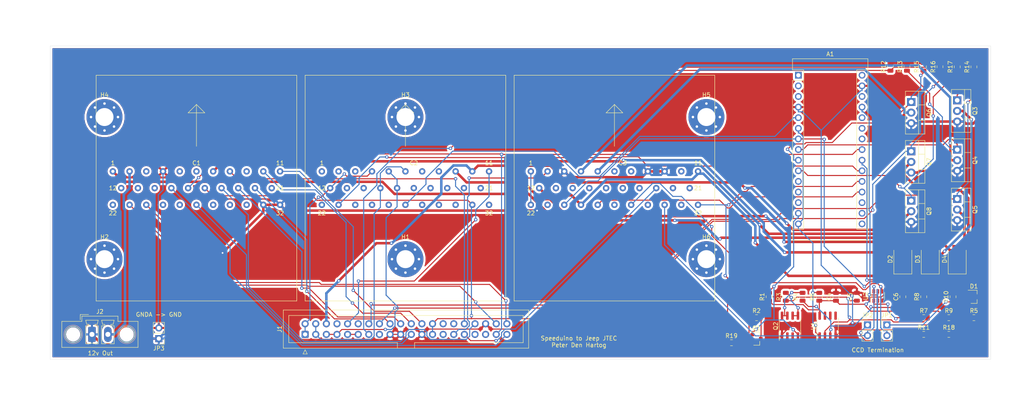
<source format=kicad_pcb>
(kicad_pcb (version 20171130) (host pcbnew "(5.1.6)-1")
  (layers (0 F.Cu signal) (31 B.Cu signal) (34 B.Paste user) (35 F.Paste user) (36 B.SilkS user) (37 F.SilkS user) (38 B.Mask user) (39 F.Mask user) (44 Edge.Cuts user))
  (net 0 "")
  (net 1 "/CCD Decoder/CCD_RX")
  (net 2 "/CCD Decoder/CCD_TX")
  (net 3 GNDA)
  (net 4 VDDA)
  (net 5 GENERATOR_CONTROL)
  (net 6 CRUISE_VENT_CONTROL)
  (net 7 CRUISE_VAC_CONTROL)
  (net 8 BRAKE_LAMP_SWITCH)
  (net 9 "Net-(A1-Pad22)")
  (net 10 OIL_PRESSURE_IN)
  (net 11 VSS)
  (net 12 SPEED_CONTROL_SWITCH)
  (net 13 FUEL_LEVEL)
  (net 14 ASD_COIL_OUT)
  (net 15 MAP-EXT)
  (net 16 O2-1-1)
  (net 17 TPS_Sensor)
  (net 18 STEP-B2)
  (net 19 STEP-A1)
  (net 20 CAM-IN)
  (net 21 CLT_Sensor)
  (net 22 IAT_Sensor)
  (net 23 STEP-B1)
  (net 24 STEP-A2)
  (net 25 CRANK-IN)
  (net 26 IGN-1-DRIVER)
  (net 27 IGN-3-DRIVER)
  (net 28 INJ-3-OUT)
  (net 29 INJ-2-OUT)
  (net 30 INJ-1-OUT)
  (net 31 HC-1-OUT)
  (net 32 GENERATOR_GND)
  (net 33 IGN-2-DRIVER)
  (net 34 CCD+)
  (net 35 CCD-)
  (net 36 ASD_12V_IN)
  (net 37 AC_CLUTCH_OUT)
  (net 38 FUELPUMP-OUT)
  (net 39 CRUISE_VENT_OUT)
  (net 40 CRUISE_VAC_OUT)
  (net 41 FAN-OUT)
  (net 42 "/CCD Decoder/CCD_SAFE+")
  (net 43 "/CCD Decoder/CCD_SAFE-")
  (net 44 IGN-3-OUT)
  (net 45 IGN-2-OUT)
  (net 46 IGN-1-OUT)
  (net 47 INJ-4-OUT)
  (net 48 "Net-(JP1-Pad1)")
  (net 49 "Net-(JP2-Pad1)")
  (net 50 "/CCD Decoder/NOT-gate")
  (net 51 "Net-(Q2-Pad7)")
  (net 52 "Net-(Q2-Pad5)")
  (net 53 "Net-(R7-Pad1)")
  (net 54 "Net-(R8-Pad2)")
  (net 55 12V-SW)
  (net 56 "Net-(D2-Pad1)")
  (net 57 "Net-(D3-Pad1)")
  (net 58 "Net-(D4-Pad1)")
  (module Diode_SMD:D_SMB (layer F.Cu) (at 252 106 90)
    (fp_text reference D4 (at 0 -3 90) (layer F.SilkS))
    (fp_text value "D_Schottky 200v")
    (pad 2 smd rect (at 2.15 0 90) (size 2.5 2.3) (layers F.Cu F.Paste F.Mask) (net 27 IGN-3-DRIVER))
    (pad 1 smd rect (at -2.15 0 90) (size 2.5 2.3) (layers F.Cu F.Paste F.Mask) (net 58 "Net-(D4-Pad1)"))
  )
  (module Diode_SMD:D_SMB (layer F.Cu) (at 245.55 106 90)
    (fp_text reference D3 (at 0 -3 90) (layer F.SilkS))
    (fp_text value "D_Schottky 200v")
    (pad 2 smd rect (at 2.15 0 90) (size 2.5 2.3) (layers F.Cu F.Paste F.Mask) (net 33 IGN-2-DRIVER))
    (pad 1 smd rect (at -2.15 0 90) (size 2.5 2.3) (layers F.Cu F.Paste F.Mask) (net 57 "Net-(D3-Pad1)"))
  )
  (module Diode_SMD:D_SMB (layer F.Cu) (at 239 106 90)
    (fp_text reference D2 (at 0 -3 90) (layer F.SilkS))
    (fp_text value "D_Schottky 200v")
    (pad 2 smd rect (at 2.15 0 90) (size 2.5 2.3) (layers F.Cu F.Paste F.Mask) (net 26 IGN-1-DRIVER))
    (pad 1 smd rect (at -2.15 0 90) (size 2.5 2.3) (layers F.Cu F.Paste F.Mask) (net 56 "Net-(D2-Pad1)"))
  )
  (module Package_TO_SOT_SMD:SOT-23-6 (layer F.Cu) (at 233 114.82 90)
    (fp_text reference U2 (at 0 -2.9 90) (layer F.SilkS))
    (fp_text value USBLC6-2SC6)
    (pad 5 smd rect (at 1.1 0 90) (size 1.06 0.65) (layers F.Cu F.Paste F.Mask) (net 4 VDDA))
    (pad 6 smd rect (at 1.1 -0.95 90) (size 1.06 0.65) (layers F.Cu F.Paste F.Mask) (net 34 CCD+))
    (pad 4 smd rect (at 1.1 0.95 90) (size 1.06 0.65) (layers F.Cu F.Paste F.Mask) (net 35 CCD-))
    (pad 3 smd rect (at -1.1 0.95 90) (size 1.06 0.65) (layers F.Cu F.Paste F.Mask) (net 54 "Net-(R8-Pad2)"))
    (pad 2 smd rect (at -1.1 0 90) (size 1.06 0.65) (layers F.Cu F.Paste F.Mask) (net 3 GNDA))
    (pad 1 smd rect (at -1.1 -0.95 90) (size 1.06 0.65) (layers F.Cu F.Paste F.Mask) (net 53 "Net-(R7-Pad1)"))
  )
  (module Resistor_SMD:R_0805_2012Metric (layer F.Cu) (at 198 126)
    (fp_text reference R19 (at 0 -1.65) (layer F.SilkS))
    (fp_text value 10k)
    (pad 2 smd roundrect (at 0.9375 0) (size 0.975 1.4) (layers F.Cu F.Paste F.Mask) (net 4 VDDA))
    (pad 1 smd roundrect (at -0.9375 0) (size 0.975 1.4) (layers F.Cu F.Paste F.Mask) (net 12 SPEED_CONTROL_SWITCH))
  )
  (module Connector_Automotive:mopar_32pin_pcm (layer F.Cu) (at 50 85)
    (fp_text reference C1 (at 20 -2) (layer F.SilkS))
    (fp_text value Conn_01x32)
    (fp_text user 1 (at 0 -2) (layer F.SilkS))
    (fp_text user 11 (at 40 -2) (layer F.SilkS))
    (fp_text user 22 (at 0 10) (layer F.SilkS))
    (fp_text user 32 (at 40 10) (layer F.SilkS))
    (fp_text user 12 (at 0 4) (layer F.SilkS))
    (fp_text user 21 (at 40 4) (layer F.SilkS))
    (pad 1 thru_hole circle (at 0 0) (size 1.524 1.524) (drill 0.762) (layers *.Cu *.Mask) (net 27 IGN-3-DRIVER))
    (pad 2 thru_hole circle (at 4 0) (size 1.524 1.524) (drill 0.762) (layers *.Cu *.Mask) (net 55 12V-SW))
    (pad 3 thru_hole circle (at 8 0) (size 1.524 1.524) (drill 0.762) (layers *.Cu *.Mask))
    (pad 4 thru_hole circle (at 12 0) (size 1.524 1.524) (drill 0.762) (layers *.Cu *.Mask) (net 3 GNDA))
    (pad 5 thru_hole circle (at 16 0) (size 1.524 1.524) (drill 0.762) (layers *.Cu *.Mask))
    (pad 6 thru_hole circle (at 20 0) (size 1.524 1.524) (drill 0.762) (layers *.Cu *.Mask))
    (pad 7 thru_hole circle (at 24 0) (size 1.524 1.524) (drill 0.762) (layers *.Cu *.Mask) (net 26 IGN-1-DRIVER))
    (pad 8 thru_hole circle (at 28 0) (size 1.524 1.524) (drill 0.762) (layers *.Cu *.Mask) (net 25 CRANK-IN))
    (pad 9 thru_hole circle (at 32 0) (size 1.524 1.524) (drill 0.762) (layers *.Cu *.Mask))
    (pad 10 thru_hole circle (at 36 0) (size 1.524 1.524) (drill 0.762) (layers *.Cu *.Mask) (net 23 STEP-B1))
    (pad 11 thru_hole circle (at 40 0) (size 1.524 1.524) (drill 0.762) (layers *.Cu *.Mask) (net 18 STEP-B2))
    (pad 12 thru_hole circle (at 2 4) (size 1.524 1.524) (drill 0.762) (layers *.Cu *.Mask))
    (pad 13 thru_hole circle (at 6 4) (size 1.524 1.524) (drill 0.762) (layers *.Cu *.Mask))
    (pad 14 thru_hole circle (at 10 4) (size 1.524 1.524) (drill 0.762) (layers *.Cu *.Mask))
    (pad 15 thru_hole circle (at 14 4) (size 1.524 1.524) (drill 0.762) (layers *.Cu *.Mask) (net 22 IAT_Sensor))
    (pad 16 thru_hole circle (at 18 4) (size 1.524 1.524) (drill 0.762) (layers *.Cu *.Mask) (net 21 CLT_Sensor))
    (pad 17 thru_hole circle (at 22 4) (size 1.524 1.524) (drill 0.762) (layers *.Cu *.Mask) (net 4 VDDA))
    (pad 18 thru_hole circle (at 26 4) (size 1.524 1.524) (drill 0.762) (layers *.Cu *.Mask) (net 20 CAM-IN))
    (pad 19 thru_hole circle (at 30 4) (size 1.524 1.524) (drill 0.762) (layers *.Cu *.Mask) (net 19 STEP-A1))
    (pad 20 thru_hole circle (at 34 4) (size 1.524 1.524) (drill 0.762) (layers *.Cu *.Mask) (net 24 STEP-A2))
    (pad 21 thru_hole circle (at 38 4) (size 1.524 1.524) (drill 0.762) (layers *.Cu *.Mask))
    (pad 22 thru_hole circle (at 0 8) (size 1.524 1.524) (drill 0.762) (layers *.Cu *.Mask))
    (pad 23 thru_hole circle (at 4 8) (size 1.524 1.524) (drill 0.762) (layers *.Cu *.Mask) (net 17 TPS_Sensor))
    (pad 24 thru_hole circle (at 8 8) (size 1.524 1.524) (drill 0.762) (layers *.Cu *.Mask) (net 16 O2-1-1))
    (pad 25 thru_hole circle (at 12 8) (size 1.524 1.524) (drill 0.762) (layers *.Cu *.Mask))
    (pad 26 thru_hole circle (at 16 8) (size 1.524 1.524) (drill 0.762) (layers *.Cu *.Mask))
    (pad 27 thru_hole circle (at 20 8) (size 1.524 1.524) (drill 0.762) (layers *.Cu *.Mask) (net 15 MAP-EXT))
    (pad 28 thru_hole circle (at 24 8) (size 1.524 1.524) (drill 0.762) (layers *.Cu *.Mask))
    (pad 29 thru_hole circle (at 28 8) (size 1.524 1.524) (drill 0.762) (layers *.Cu *.Mask))
    (pad 30 thru_hole circle (at 32 8) (size 1.524 1.524) (drill 0.762) (layers *.Cu *.Mask))
    (pad 31 thru_hole circle (at 36 8) (size 1.524 1.524) (drill 0.762) (layers *.Cu *.Mask) (net 14 ASD_COIL_OUT))
    (pad 32 thru_hole circle (at 40 8) (size 1.524 1.524) (drill 0.762) (layers *.Cu *.Mask) (net 14 ASD_COIL_OUT))
  )
  (module Connector_Automotive:mopar_32pin_pcm (layer F.Cu) (at 150 85)
    (fp_text reference C3 (at 22 -2) (layer F.SilkS))
    (fp_text value Conn_01x32)
    (fp_text user 1 (at 0 -2) (layer F.SilkS))
    (fp_text user 11 (at 40 -2) (layer F.SilkS))
    (fp_text user 22 (at 0 10) (layer F.SilkS))
    (fp_text user 32 (at 40 10) (layer F.SilkS))
    (fp_text user 12 (at 0 4) (layer F.SilkS))
    (fp_text user 21 (at 40 4) (layer F.SilkS))
    (pad 1 thru_hole circle (at 0 0) (size 1.524 1.524) (drill 0.762) (layers *.Cu *.Mask) (net 37 AC_CLUTCH_OUT))
    (pad 2 thru_hole circle (at 4 0) (size 1.524 1.524) (drill 0.762) (layers *.Cu *.Mask) (net 41 FAN-OUT))
    (pad 3 thru_hole circle (at 8 0) (size 1.524 1.524) (drill 0.762) (layers *.Cu *.Mask) (net 14 ASD_COIL_OUT))
    (pad 4 thru_hole circle (at 12 0) (size 1.524 1.524) (drill 0.762) (layers *.Cu *.Mask) (net 40 CRUISE_VAC_OUT))
    (pad 5 thru_hole circle (at 16 0) (size 1.524 1.524) (drill 0.762) (layers *.Cu *.Mask) (net 39 CRUISE_VENT_OUT))
    (pad 6 thru_hole circle (at 20 0) (size 1.524 1.524) (drill 0.762) (layers *.Cu *.Mask))
    (pad 7 thru_hole circle (at 24 0) (size 1.524 1.524) (drill 0.762) (layers *.Cu *.Mask))
    (pad 8 thru_hole circle (at 28 0) (size 1.524 1.524) (drill 0.762) (layers *.Cu *.Mask) (net 14 ASD_COIL_OUT))
    (pad 9 thru_hole circle (at 32 0) (size 1.524 1.524) (drill 0.762) (layers *.Cu *.Mask) (net 14 ASD_COIL_OUT))
    (pad 10 thru_hole circle (at 36 0) (size 1.524 1.524) (drill 0.762) (layers *.Cu *.Mask))
    (pad 11 thru_hole circle (at 40 0) (size 1.524 1.524) (drill 0.762) (layers *.Cu *.Mask) (net 36 ASD_12V_IN))
    (pad 12 thru_hole circle (at 2 4) (size 1.524 1.524) (drill 0.762) (layers *.Cu *.Mask) (net 36 ASD_12V_IN))
    (pad 13 thru_hole circle (at 6 4) (size 1.524 1.524) (drill 0.762) (layers *.Cu *.Mask))
    (pad 14 thru_hole circle (at 10 4) (size 1.524 1.524) (drill 0.762) (layers *.Cu *.Mask))
    (pad 15 thru_hole circle (at 14 4) (size 1.524 1.524) (drill 0.762) (layers *.Cu *.Mask))
    (pad 16 thru_hole circle (at 18 4) (size 1.524 1.524) (drill 0.762) (layers *.Cu *.Mask))
    (pad 17 thru_hole circle (at 22 4) (size 1.524 1.524) (drill 0.762) (layers *.Cu *.Mask))
    (pad 18 thru_hole circle (at 26 4) (size 1.524 1.524) (drill 0.762) (layers *.Cu *.Mask))
    (pad 19 thru_hole circle (at 30 4) (size 1.524 1.524) (drill 0.762) (layers *.Cu *.Mask) (net 38 FUELPUMP-OUT))
    (pad 20 thru_hole circle (at 34 4) (size 1.524 1.524) (drill 0.762) (layers *.Cu *.Mask))
    (pad 21 thru_hole circle (at 38 4) (size 1.524 1.524) (drill 0.762) (layers *.Cu *.Mask))
    (pad 22 thru_hole circle (at 0 8) (size 1.524 1.524) (drill 0.762) (layers *.Cu *.Mask) (net 37 AC_CLUTCH_OUT))
    (pad 23 thru_hole circle (at 4 8) (size 1.524 1.524) (drill 0.762) (layers *.Cu *.Mask))
    (pad 24 thru_hole circle (at 8 8) (size 1.524 1.524) (drill 0.762) (layers *.Cu *.Mask) (net 8 BRAKE_LAMP_SWITCH))
    (pad 25 thru_hole circle (at 12 8) (size 1.524 1.524) (drill 0.762) (layers *.Cu *.Mask) (net 36 ASD_12V_IN))
    (pad 26 thru_hole circle (at 16 8) (size 1.524 1.524) (drill 0.762) (layers *.Cu *.Mask) (net 13 FUEL_LEVEL))
    (pad 27 thru_hole circle (at 20 8) (size 1.524 1.524) (drill 0.762) (layers *.Cu *.Mask))
    (pad 28 thru_hole circle (at 24 8) (size 1.524 1.524) (drill 0.762) (layers *.Cu *.Mask) (net 35 CCD-))
    (pad 29 thru_hole circle (at 28 8) (size 1.524 1.524) (drill 0.762) (layers *.Cu *.Mask))
    (pad 30 thru_hole circle (at 32 8) (size 1.524 1.524) (drill 0.762) (layers *.Cu *.Mask) (net 34 CCD+))
    (pad 31 thru_hole circle (at 36 8) (size 1.524 1.524) (drill 0.762) (layers *.Cu *.Mask))
    (pad 32 thru_hole circle (at 40 8) (size 1.524 1.524) (drill 0.762) (layers *.Cu *.Mask) (net 12 SPEED_CONTROL_SWITCH))
  )
  (module Connector_Automotive:mopar_32pin_pcm (layer F.Cu) (at 100 85)
    (fp_text reference C2 (at 22 -2) (layer F.SilkS))
    (fp_text value Conn_01x32)
    (fp_text user 1 (at 0 -2) (layer F.SilkS))
    (fp_text user 11 (at 40 -2) (layer F.SilkS))
    (fp_text user 22 (at 0 10) (layer F.SilkS))
    (fp_text user 32 (at 40 10) (layer F.SilkS))
    (fp_text user 12 (at 0 4) (layer F.SilkS))
    (fp_text user 21 (at 40 4) (layer F.SilkS))
    (pad 1 thru_hole circle (at 0 0) (size 1.524 1.524) (drill 0.762) (layers *.Cu *.Mask))
    (pad 2 thru_hole circle (at 4 0) (size 1.524 1.524) (drill 0.762) (layers *.Cu *.Mask))
    (pad 3 thru_hole circle (at 8 0) (size 1.524 1.524) (drill 0.762) (layers *.Cu *.Mask))
    (pad 4 thru_hole circle (at 12 0) (size 1.524 1.524) (drill 0.762) (layers *.Cu *.Mask) (net 30 INJ-1-OUT))
    (pad 5 thru_hole circle (at 16 0) (size 1.524 1.524) (drill 0.762) (layers *.Cu *.Mask) (net 28 INJ-3-OUT))
    (pad 6 thru_hole circle (at 20 0) (size 1.524 1.524) (drill 0.762) (layers *.Cu *.Mask) (net 29 INJ-2-OUT))
    (pad 7 thru_hole circle (at 24 0) (size 1.524 1.524) (drill 0.762) (layers *.Cu *.Mask))
    (pad 8 thru_hole circle (at 28 0) (size 1.524 1.524) (drill 0.762) (layers *.Cu *.Mask))
    (pad 9 thru_hole circle (at 32 0) (size 1.524 1.524) (drill 0.762) (layers *.Cu *.Mask) (net 33 IGN-2-DRIVER))
    (pad 10 thru_hole circle (at 36 0) (size 1.524 1.524) (drill 0.762) (layers *.Cu *.Mask) (net 32 GENERATOR_GND))
    (pad 11 thru_hole circle (at 40 0) (size 1.524 1.524) (drill 0.762) (layers *.Cu *.Mask) (net 31 HC-1-OUT))
    (pad 12 thru_hole circle (at 2 4) (size 1.524 1.524) (drill 0.762) (layers *.Cu *.Mask) (net 30 INJ-1-OUT))
    (pad 13 thru_hole circle (at 6 4) (size 1.524 1.524) (drill 0.762) (layers *.Cu *.Mask))
    (pad 14 thru_hole circle (at 10 4) (size 1.524 1.524) (drill 0.762) (layers *.Cu *.Mask))
    (pad 15 thru_hole circle (at 14 4) (size 1.524 1.524) (drill 0.762) (layers *.Cu *.Mask) (net 29 INJ-2-OUT))
    (pad 16 thru_hole circle (at 18 4) (size 1.524 1.524) (drill 0.762) (layers *.Cu *.Mask) (net 28 INJ-3-OUT))
    (pad 17 thru_hole circle (at 22 4) (size 1.524 1.524) (drill 0.762) (layers *.Cu *.Mask))
    (pad 18 thru_hole circle (at 26 4) (size 1.524 1.524) (drill 0.762) (layers *.Cu *.Mask))
    (pad 19 thru_hole circle (at 30 4) (size 1.524 1.524) (drill 0.762) (layers *.Cu *.Mask))
    (pad 20 thru_hole circle (at 34 4) (size 1.524 1.524) (drill 0.762) (layers *.Cu *.Mask))
    (pad 21 thru_hole circle (at 38 4) (size 1.524 1.524) (drill 0.762) (layers *.Cu *.Mask))
    (pad 22 thru_hole circle (at 0 8) (size 1.524 1.524) (drill 0.762) (layers *.Cu *.Mask))
    (pad 23 thru_hole circle (at 4 8) (size 1.524 1.524) (drill 0.762) (layers *.Cu *.Mask) (net 10 OIL_PRESSURE_IN))
    (pad 24 thru_hole circle (at 8 8) (size 1.524 1.524) (drill 0.762) (layers *.Cu *.Mask))
    (pad 25 thru_hole circle (at 12 8) (size 1.524 1.524) (drill 0.762) (layers *.Cu *.Mask))
    (pad 26 thru_hole circle (at 16 8) (size 1.524 1.524) (drill 0.762) (layers *.Cu *.Mask))
    (pad 27 thru_hole circle (at 20 8) (size 1.524 1.524) (drill 0.762) (layers *.Cu *.Mask) (net 11 VSS))
    (pad 28 thru_hole circle (at 24 8) (size 1.524 1.524) (drill 0.762) (layers *.Cu *.Mask))
    (pad 29 thru_hole circle (at 28 8) (size 1.524 1.524) (drill 0.762) (layers *.Cu *.Mask))
    (pad 30 thru_hole circle (at 32 8) (size 1.524 1.524) (drill 0.762) (layers *.Cu *.Mask))
    (pad 31 thru_hole circle (at 36 8) (size 1.524 1.524) (drill 0.762) (layers *.Cu *.Mask) (net 4 VDDA))
    (pad 32 thru_hole circle (at 40 8) (size 1.524 1.524) (drill 0.762) (layers *.Cu *.Mask))
  )
  (module MountingHole:MountingHole_4.3mm_M4_Pad_Via (layer F.Cu) (at 192 106)
    (fp_text reference H6 (at 0 -5.3) (layer F.SilkS))
    (fp_text value MountingHole)
    (pad 1 thru_hole circle (at 2.280419 -2.280419) (size 0.9 0.9) (drill 0.6) (layers *.Cu *.Mask))
    (pad 1 thru_hole circle (at 0 -3.225) (size 0.9 0.9) (drill 0.6) (layers *.Cu *.Mask))
    (pad 1 thru_hole circle (at -2.280419 -2.280419) (size 0.9 0.9) (drill 0.6) (layers *.Cu *.Mask))
    (pad 1 thru_hole circle (at -3.225 0) (size 0.9 0.9) (drill 0.6) (layers *.Cu *.Mask))
    (pad 1 thru_hole circle (at -2.280419 2.280419) (size 0.9 0.9) (drill 0.6) (layers *.Cu *.Mask))
    (pad 1 thru_hole circle (at 0 3.225) (size 0.9 0.9) (drill 0.6) (layers *.Cu *.Mask))
    (pad 1 thru_hole circle (at 2.280419 2.280419) (size 0.9 0.9) (drill 0.6) (layers *.Cu *.Mask))
    (pad 1 thru_hole circle (at 3.225 0) (size 0.9 0.9) (drill 0.6) (layers *.Cu *.Mask))
    (pad 1 thru_hole circle (at 0 0) (size 8.6 8.6) (drill 4.3) (layers *.Cu *.Mask))
  )
  (module MountingHole:MountingHole_4.3mm_M4_Pad_Via (layer F.Cu) (at 192 72)
    (fp_text reference H5 (at 0 -5.3) (layer F.SilkS))
    (fp_text value MountingHole)
    (pad 1 thru_hole circle (at 2.280419 -2.280419) (size 0.9 0.9) (drill 0.6) (layers *.Cu *.Mask))
    (pad 1 thru_hole circle (at 0 -3.225) (size 0.9 0.9) (drill 0.6) (layers *.Cu *.Mask))
    (pad 1 thru_hole circle (at -2.280419 -2.280419) (size 0.9 0.9) (drill 0.6) (layers *.Cu *.Mask))
    (pad 1 thru_hole circle (at -3.225 0) (size 0.9 0.9) (drill 0.6) (layers *.Cu *.Mask))
    (pad 1 thru_hole circle (at -2.280419 2.280419) (size 0.9 0.9) (drill 0.6) (layers *.Cu *.Mask))
    (pad 1 thru_hole circle (at 0 3.225) (size 0.9 0.9) (drill 0.6) (layers *.Cu *.Mask))
    (pad 1 thru_hole circle (at 2.280419 2.280419) (size 0.9 0.9) (drill 0.6) (layers *.Cu *.Mask))
    (pad 1 thru_hole circle (at 3.225 0) (size 0.9 0.9) (drill 0.6) (layers *.Cu *.Mask))
    (pad 1 thru_hole circle (at 0 0) (size 8.6 8.6) (drill 4.3) (layers *.Cu *.Mask))
  )
  (module MountingHole:MountingHole_4.3mm_M4_Pad_Via (layer F.Cu) (at 48 72)
    (fp_text reference H4 (at 0 -5.3) (layer F.SilkS))
    (fp_text value MountingHole)
    (pad 1 thru_hole circle (at 2.280419 -2.280419) (size 0.9 0.9) (drill 0.6) (layers *.Cu *.Mask))
    (pad 1 thru_hole circle (at 0 -3.225) (size 0.9 0.9) (drill 0.6) (layers *.Cu *.Mask))
    (pad 1 thru_hole circle (at -2.280419 -2.280419) (size 0.9 0.9) (drill 0.6) (layers *.Cu *.Mask))
    (pad 1 thru_hole circle (at -3.225 0) (size 0.9 0.9) (drill 0.6) (layers *.Cu *.Mask))
    (pad 1 thru_hole circle (at -2.280419 2.280419) (size 0.9 0.9) (drill 0.6) (layers *.Cu *.Mask))
    (pad 1 thru_hole circle (at 0 3.225) (size 0.9 0.9) (drill 0.6) (layers *.Cu *.Mask))
    (pad 1 thru_hole circle (at 2.280419 2.280419) (size 0.9 0.9) (drill 0.6) (layers *.Cu *.Mask))
    (pad 1 thru_hole circle (at 3.225 0) (size 0.9 0.9) (drill 0.6) (layers *.Cu *.Mask))
    (pad 1 thru_hole circle (at 0 0) (size 8.6 8.6) (drill 4.3) (layers *.Cu *.Mask))
  )
  (module MountingHole:MountingHole_4.3mm_M4_Pad_Via (layer F.Cu) (at 120 72)
    (fp_text reference H3 (at 0 -5.3) (layer F.SilkS))
    (fp_text value MountingHole)
    (pad 1 thru_hole circle (at 2.280419 -2.280419) (size 0.9 0.9) (drill 0.6) (layers *.Cu *.Mask))
    (pad 1 thru_hole circle (at 0 -3.225) (size 0.9 0.9) (drill 0.6) (layers *.Cu *.Mask))
    (pad 1 thru_hole circle (at -2.280419 -2.280419) (size 0.9 0.9) (drill 0.6) (layers *.Cu *.Mask))
    (pad 1 thru_hole circle (at -3.225 0) (size 0.9 0.9) (drill 0.6) (layers *.Cu *.Mask))
    (pad 1 thru_hole circle (at -2.280419 2.280419) (size 0.9 0.9) (drill 0.6) (layers *.Cu *.Mask))
    (pad 1 thru_hole circle (at 0 3.225) (size 0.9 0.9) (drill 0.6) (layers *.Cu *.Mask))
    (pad 1 thru_hole circle (at 2.280419 2.280419) (size 0.9 0.9) (drill 0.6) (layers *.Cu *.Mask))
    (pad 1 thru_hole circle (at 3.225 0) (size 0.9 0.9) (drill 0.6) (layers *.Cu *.Mask))
    (pad 1 thru_hole circle (at 0 0) (size 8.6 8.6) (drill 4.3) (layers *.Cu *.Mask))
  )
  (module MountingHole:MountingHole_4.3mm_M4_Pad_Via (layer F.Cu) (at 48 106)
    (fp_text reference H2 (at 0 -5.3) (layer F.SilkS))
    (fp_text value MountingHole)
    (pad 1 thru_hole circle (at 2.280419 -2.280419) (size 0.9 0.9) (drill 0.6) (layers *.Cu *.Mask))
    (pad 1 thru_hole circle (at 0 -3.225) (size 0.9 0.9) (drill 0.6) (layers *.Cu *.Mask))
    (pad 1 thru_hole circle (at -2.280419 -2.280419) (size 0.9 0.9) (drill 0.6) (layers *.Cu *.Mask))
    (pad 1 thru_hole circle (at -3.225 0) (size 0.9 0.9) (drill 0.6) (layers *.Cu *.Mask))
    (pad 1 thru_hole circle (at -2.280419 2.280419) (size 0.9 0.9) (drill 0.6) (layers *.Cu *.Mask))
    (pad 1 thru_hole circle (at 0 3.225) (size 0.9 0.9) (drill 0.6) (layers *.Cu *.Mask))
    (pad 1 thru_hole circle (at 2.280419 2.280419) (size 0.9 0.9) (drill 0.6) (layers *.Cu *.Mask))
    (pad 1 thru_hole circle (at 3.225 0) (size 0.9 0.9) (drill 0.6) (layers *.Cu *.Mask))
    (pad 1 thru_hole circle (at 0 0) (size 8.6 8.6) (drill 4.3) (layers *.Cu *.Mask))
  )
  (module MountingHole:MountingHole_4.3mm_M4_Pad_Via (layer F.Cu) (at 120 106)
    (fp_text reference H1 (at 0 -5.3) (layer F.SilkS))
    (fp_text value MountingHole)
    (pad 1 thru_hole circle (at 2.280419 -2.280419) (size 0.9 0.9) (drill 0.6) (layers *.Cu *.Mask))
    (pad 1 thru_hole circle (at 0 -3.225) (size 0.9 0.9) (drill 0.6) (layers *.Cu *.Mask))
    (pad 1 thru_hole circle (at -2.280419 -2.280419) (size 0.9 0.9) (drill 0.6) (layers *.Cu *.Mask))
    (pad 1 thru_hole circle (at -3.225 0) (size 0.9 0.9) (drill 0.6) (layers *.Cu *.Mask))
    (pad 1 thru_hole circle (at -2.280419 2.280419) (size 0.9 0.9) (drill 0.6) (layers *.Cu *.Mask))
    (pad 1 thru_hole circle (at 0 3.225) (size 0.9 0.9) (drill 0.6) (layers *.Cu *.Mask))
    (pad 1 thru_hole circle (at 2.280419 2.280419) (size 0.9 0.9) (drill 0.6) (layers *.Cu *.Mask))
    (pad 1 thru_hole circle (at 3.225 0) (size 0.9 0.9) (drill 0.6) (layers *.Cu *.Mask))
    (pad 1 thru_hole circle (at 0 0) (size 8.6 8.6) (drill 4.3) (layers *.Cu *.Mask))
  )
  (module Connector_PinHeader_2.54mm:PinHeader_1x02_P2.54mm_Vertical (layer F.Cu) (at 61 125 180)
    (fp_text reference JP3 (at 0 -2.33) (layer F.SilkS))
    (fp_text value NO)
    (pad 2 thru_hole oval (at 0 2.54 180) (size 1.7 1.7) (drill 1) (layers *.Cu *.Mask) (net 3 GNDA))
    (pad 1 thru_hole rect (at 0 0 180) (size 1.7 1.7) (drill 1) (layers *.Cu *.Mask) (net 14 ASD_COIL_OUT))
  )
  (module Connector_Phoenix_MC:PhoenixContact_MCV_1,5_2-GF-3.81_1x02_P3.81mm_Vertical_ThreadedFlange_MountHole (layer F.Cu) (at 45 124)
    (fp_text reference J2 (at 1.9 -5.45) (layer F.SilkS))
    (fp_text value "12v SW Output")
    (pad "" np_thru_hole circle (at 8.31 0) (size 2.4 2.4) (drill 2.4) (layers *.Cu *.Mask))
    (pad "" np_thru_hole circle (at -4.5 0) (size 2.4 2.4) (drill 2.4) (layers *.Cu *.Mask))
    (pad 2 thru_hole oval (at 3.81 0) (size 1.8 3.6) (drill 1.2) (layers *.Cu *.Mask) (net 55 12V-SW))
    (pad 1 thru_hole roundrect (at 0 0) (size 1.8 3.6) (drill 1.2) (layers *.Cu *.Mask) (roundrect_rratio 0.138889) (net 14 ASD_COIL_OUT))
  )
  (module Package_SO:SOIC-8_3.9x4.9mm_P1.27mm (layer F.Cu) (at 221 122 90)
    (fp_text reference U1 (at 0 -3.4 90) (layer F.SilkS))
    (fp_text value LM2903)
    (pad 8 smd roundrect (at 2.475 -1.905 90) (size 1.95 0.6) (layers F.Cu F.Paste F.Mask) (net 4 VDDA))
    (pad 7 smd roundrect (at 2.475 -0.635 90) (size 1.95 0.6) (layers F.Cu F.Paste F.Mask))
    (pad 6 smd roundrect (at 2.475 0.635 90) (size 1.95 0.6) (layers F.Cu F.Paste F.Mask))
    (pad 5 smd roundrect (at 2.475 1.905 90) (size 1.95 0.6) (layers F.Cu F.Paste F.Mask))
    (pad 4 smd roundrect (at -2.475 1.905 90) (size 1.95 0.6) (layers F.Cu F.Paste F.Mask) (net 3 GNDA))
    (pad 3 smd roundrect (at -2.475 0.635 90) (size 1.95 0.6) (layers F.Cu F.Paste F.Mask) (net 43 "/CCD Decoder/CCD_SAFE-"))
    (pad 2 smd roundrect (at -2.475 -0.635 90) (size 1.95 0.6) (layers F.Cu F.Paste F.Mask) (net 42 "/CCD Decoder/CCD_SAFE+"))
    (pad 1 smd roundrect (at -2.475 -1.905 90) (size 1.95 0.6) (layers F.Cu F.Paste F.Mask) (net 1 "/CCD Decoder/CCD_RX"))
  )
  (module Resistor_SMD:R_0805_2012Metric (layer F.Cu) (at 250 124)
    (fp_text reference R18 (at 0 -1.65) (layer F.SilkS))
    (fp_text value 10k)
    (pad 2 smd roundrect (at 0.9375 0) (size 0.975 1.4) (layers F.Cu F.Paste F.Mask) (net 9 "Net-(A1-Pad22)"))
    (pad 1 smd roundrect (at -0.9375 0) (size 0.975 1.4) (layers F.Cu F.Paste F.Mask) (net 3 GNDA))
  )
  (module Resistor_SMD:R_0805_2012Metric (layer F.Cu) (at 252 60 90)
    (fp_text reference R17 (at 0 -1.65 90) (layer F.SilkS))
    (fp_text value 10k)
    (pad 2 smd roundrect (at 0.9375 0 90) (size 0.975 1.4) (layers F.Cu F.Paste F.Mask) (net 14 ASD_COIL_OUT))
    (pad 1 smd roundrect (at -0.9375 0 90) (size 0.975 1.4) (layers F.Cu F.Paste F.Mask) (net 5 GENERATOR_CONTROL))
  )
  (module Resistor_SMD:R_0805_2012Metric (layer F.Cu) (at 247.88 59.97 90)
    (fp_text reference R16 (at 0 -1.65 90) (layer F.SilkS))
    (fp_text value 10k)
    (pad 2 smd roundrect (at 0.9375 0 90) (size 0.975 1.4) (layers F.Cu F.Paste F.Mask) (net 14 ASD_COIL_OUT))
    (pad 1 smd roundrect (at -0.9375 0 90) (size 0.975 1.4) (layers F.Cu F.Paste F.Mask) (net 44 IGN-3-OUT))
  )
  (module Resistor_SMD:R_0805_2012Metric (layer F.Cu) (at 243.93 59.97 90)
    (fp_text reference R15 (at 0 -1.65 90) (layer F.SilkS))
    (fp_text value 10k)
    (pad 2 smd roundrect (at 0.9375 0 90) (size 0.975 1.4) (layers F.Cu F.Paste F.Mask) (net 14 ASD_COIL_OUT))
    (pad 1 smd roundrect (at -0.9375 0 90) (size 0.975 1.4) (layers F.Cu F.Paste F.Mask) (net 6 CRUISE_VENT_CONTROL))
  )
  (module Resistor_SMD:R_0805_2012Metric (layer F.Cu) (at 256 60 90)
    (fp_text reference R14 (at 0 -1.65 90) (layer F.SilkS))
    (fp_text value 10k)
    (pad 2 smd roundrect (at 0.9375 0 90) (size 0.975 1.4) (layers F.Cu F.Paste F.Mask) (net 14 ASD_COIL_OUT))
    (pad 1 smd roundrect (at -0.9375 0 90) (size 0.975 1.4) (layers F.Cu F.Paste F.Mask) (net 45 IGN-2-OUT))
  )
  (module Resistor_SMD:R_0805_2012Metric (layer F.Cu) (at 239.98 59.97 90)
    (fp_text reference R13 (at 0 -1.65 90) (layer F.SilkS))
    (fp_text value 10k)
    (pad 2 smd roundrect (at 0.9375 0 90) (size 0.975 1.4) (layers F.Cu F.Paste F.Mask) (net 14 ASD_COIL_OUT))
    (pad 1 smd roundrect (at -0.9375 0 90) (size 0.975 1.4) (layers F.Cu F.Paste F.Mask) (net 7 CRUISE_VAC_CONTROL))
  )
  (module Resistor_SMD:R_0805_2012Metric (layer F.Cu) (at 236.03 59.97 90)
    (fp_text reference R12 (at 0 -1.65 90) (layer F.SilkS))
    (fp_text value 10k)
    (pad 2 smd roundrect (at 0.9375 0 90) (size 0.975 1.4) (layers F.Cu F.Paste F.Mask) (net 14 ASD_COIL_OUT))
    (pad 1 smd roundrect (at -0.9375 0 90) (size 0.975 1.4) (layers F.Cu F.Paste F.Mask) (net 46 IGN-1-OUT))
  )
  (module Resistor_SMD:R_0805_2012Metric (layer F.Cu) (at 244 124)
    (fp_text reference R11 (at 0 -1.65) (layer F.SilkS))
    (fp_text value 13k)
    (pad 2 smd roundrect (at 0.9375 0) (size 0.975 1.4) (layers F.Cu F.Paste F.Mask) (net 3 GNDA))
    (pad 1 smd roundrect (at -0.9375 0) (size 0.975 1.4) (layers F.Cu F.Paste F.Mask) (net 49 "Net-(JP2-Pad1)"))
  )
  (module Resistor_SMD:R_0805_2012Metric (layer F.Cu) (at 251 115 90)
    (fp_text reference R10 (at 0 -1.65 90) (layer F.SilkS))
    (fp_text value 120)
    (pad 2 smd roundrect (at 0.9375 0 90) (size 0.975 1.4) (layers F.Cu F.Paste F.Mask) (net 49 "Net-(JP2-Pad1)"))
    (pad 1 smd roundrect (at -0.9375 0 90) (size 0.975 1.4) (layers F.Cu F.Paste F.Mask) (net 48 "Net-(JP1-Pad1)"))
  )
  (module Resistor_SMD:R_0805_2012Metric (layer F.Cu) (at 250 120)
    (fp_text reference R9 (at 0 -1.65) (layer F.SilkS))
    (fp_text value 13k)
    (pad 2 smd roundrect (at 0.9375 0) (size 0.975 1.4) (layers F.Cu F.Paste F.Mask) (net 48 "Net-(JP1-Pad1)"))
    (pad 1 smd roundrect (at -0.9375 0) (size 0.975 1.4) (layers F.Cu F.Paste F.Mask) (net 4 VDDA))
  )
  (module Resistor_SMD:R_0805_2012Metric (layer F.Cu) (at 244 115 90)
    (fp_text reference R8 (at 0 -1.65 90) (layer F.SilkS))
    (fp_text value 10)
    (pad 2 smd roundrect (at 0.9375 0 90) (size 0.975 1.4) (layers F.Cu F.Paste F.Mask) (net 54 "Net-(R8-Pad2)"))
    (pad 1 smd roundrect (at -0.9375 0 90) (size 0.975 1.4) (layers F.Cu F.Paste F.Mask) (net 43 "/CCD Decoder/CCD_SAFE-"))
  )
  (module Resistor_SMD:R_0805_2012Metric (layer F.Cu) (at 244 120)
    (fp_text reference R7 (at 0 -1.65) (layer F.SilkS))
    (fp_text value 10)
    (pad 2 smd roundrect (at 0.9375 0) (size 0.975 1.4) (layers F.Cu F.Paste F.Mask) (net 42 "/CCD Decoder/CCD_SAFE+"))
    (pad 1 smd roundrect (at -0.9375 0) (size 0.975 1.4) (layers F.Cu F.Paste F.Mask) (net 53 "Net-(R7-Pad1)"))
  )
  (module Resistor_SMD:R_0805_2012Metric (layer F.Cu) (at 219 115 90)
    (fp_text reference R6 (at 0 -1.65 90) (layer F.SilkS))
    (fp_text value 10k)
    (pad 2 smd roundrect (at 0.9375 0 90) (size 0.975 1.4) (layers F.Cu F.Paste F.Mask) (net 1 "/CCD Decoder/CCD_RX"))
    (pad 1 smd roundrect (at -0.9375 0 90) (size 0.975 1.4) (layers F.Cu F.Paste F.Mask) (net 4 VDDA))
  )
  (module Resistor_SMD:R_0805_2012Metric (layer F.Cu) (at 256 120)
    (fp_text reference R5 (at 0 -1.65) (layer F.SilkS))
    (fp_text value 10k)
    (pad 2 smd roundrect (at 0.9375 0) (size 0.975 1.4) (layers F.Cu F.Paste F.Mask) (net 8 BRAKE_LAMP_SWITCH))
    (pad 1 smd roundrect (at -0.9375 0) (size 0.975 1.4) (layers F.Cu F.Paste F.Mask) (net 4 VDDA))
  )
  (module Resistor_SMD:R_0805_2012Metric (layer F.Cu) (at 215 115 90)
    (fp_text reference R4 (at 0 -1.65 90) (layer F.SilkS))
    (fp_text value 360)
    (pad 2 smd roundrect (at 0.9375 0 90) (size 0.975 1.4) (layers F.Cu F.Paste F.Mask) (net 51 "Net-(Q2-Pad7)"))
    (pad 1 smd roundrect (at -0.9375 0 90) (size 0.975 1.4) (layers F.Cu F.Paste F.Mask) (net 43 "/CCD Decoder/CCD_SAFE-"))
  )
  (module Resistor_SMD:R_0805_2012Metric (layer F.Cu) (at 211 115 90)
    (fp_text reference R3 (at 0 -1.65 90) (layer F.SilkS))
    (fp_text value 360)
    (pad 2 smd roundrect (at 0.9375 0 90) (size 0.975 1.4) (layers F.Cu F.Paste F.Mask) (net 52 "Net-(Q2-Pad5)"))
    (pad 1 smd roundrect (at -0.9375 0 90) (size 0.975 1.4) (layers F.Cu F.Paste F.Mask) (net 42 "/CCD Decoder/CCD_SAFE+"))
  )
  (module Resistor_SMD:R_0805_2012Metric (layer F.Cu) (at 204 120)
    (fp_text reference R2 (at 0 -1.65) (layer F.SilkS))
    (fp_text value 10k)
    (pad 2 smd roundrect (at 0.9375 0) (size 0.975 1.4) (layers F.Cu F.Paste F.Mask) (net 50 "/CCD Decoder/NOT-gate"))
    (pad 1 smd roundrect (at -0.9375 0) (size 0.975 1.4) (layers F.Cu F.Paste F.Mask) (net 4 VDDA))
  )
  (module Resistor_SMD:R_0805_2012Metric (layer F.Cu) (at 207 115 90)
    (fp_text reference R1 (at 0 -1.65 90) (layer F.SilkS))
    (fp_text value 10k)
    (pad 2 smd roundrect (at 0.9375 0 90) (size 0.975 1.4) (layers F.Cu F.Paste F.Mask) (net 2 "/CCD Decoder/CCD_TX"))
    (pad 1 smd roundrect (at -0.9375 0 90) (size 0.975 1.4) (layers F.Cu F.Paste F.Mask) (net 4 VDDA))
  )
  (module Package_TO_SOT_THT:TO-220-3_Vertical (layer F.Cu) (at 241 92 270)
    (fp_text reference Q8 (at 2.54 -4.27 90) (layer F.SilkS))
    (fp_text value IRF540NPBF)
    (pad 3 thru_hole oval (at 5.08 0 270) (size 1.905 2) (drill 1.1) (layers *.Cu *.Mask) (net 14 ASD_COIL_OUT))
    (pad 2 thru_hole oval (at 2.54 0 270) (size 1.905 2) (drill 1.1) (layers *.Cu *.Mask) (net 32 GENERATOR_GND))
    (pad 1 thru_hole rect (at 0 0 270) (size 1.905 2) (drill 1.1) (layers *.Cu *.Mask) (net 5 GENERATOR_CONTROL))
  )
  (module Package_TO_SOT_THT:TO-220-3_Vertical (layer F.Cu) (at 241 80.2 270)
    (fp_text reference Q7 (at 2.54 -4.27 90) (layer F.SilkS))
    (fp_text value IRF540NPBF)
    (pad 3 thru_hole oval (at 5.08 0 270) (size 1.905 2) (drill 1.1) (layers *.Cu *.Mask) (net 14 ASD_COIL_OUT))
    (pad 2 thru_hole oval (at 2.54 0 270) (size 1.905 2) (drill 1.1) (layers *.Cu *.Mask) (net 58 "Net-(D4-Pad1)"))
    (pad 1 thru_hole rect (at 0 0 270) (size 1.905 2) (drill 1.1) (layers *.Cu *.Mask) (net 44 IGN-3-OUT))
  )
  (module Package_TO_SOT_THT:TO-220-3_Vertical (layer F.Cu) (at 241 68.4 270)
    (fp_text reference Q6 (at 2.54 -4.27 90) (layer F.SilkS))
    (fp_text value IRF540NPBF)
    (pad 3 thru_hole oval (at 5.08 0 270) (size 1.905 2) (drill 1.1) (layers *.Cu *.Mask) (net 14 ASD_COIL_OUT))
    (pad 2 thru_hole oval (at 2.54 0 270) (size 1.905 2) (drill 1.1) (layers *.Cu *.Mask) (net 39 CRUISE_VENT_OUT))
    (pad 1 thru_hole rect (at 0 0 270) (size 1.905 2) (drill 1.1) (layers *.Cu *.Mask) (net 6 CRUISE_VENT_CONTROL))
  )
  (module Package_TO_SOT_THT:TO-220-3_Vertical (layer F.Cu) (at 252 91.6 270)
    (fp_text reference Q5 (at 2.54 -4.27 90) (layer F.SilkS))
    (fp_text value IRF540NPBF)
    (pad 3 thru_hole oval (at 5.08 0 270) (size 1.905 2) (drill 1.1) (layers *.Cu *.Mask) (net 14 ASD_COIL_OUT))
    (pad 2 thru_hole oval (at 2.54 0 270) (size 1.905 2) (drill 1.1) (layers *.Cu *.Mask) (net 57 "Net-(D3-Pad1)"))
    (pad 1 thru_hole rect (at 0 0 270) (size 1.905 2) (drill 1.1) (layers *.Cu *.Mask) (net 45 IGN-2-OUT))
  )
  (module Package_TO_SOT_THT:TO-220-3_Vertical (layer F.Cu) (at 252 79.8 270)
    (fp_text reference Q4 (at 2.54 -4.27 90) (layer F.SilkS))
    (fp_text value IRF540NPBF)
    (pad 3 thru_hole oval (at 5.08 0 270) (size 1.905 2) (drill 1.1) (layers *.Cu *.Mask) (net 14 ASD_COIL_OUT))
    (pad 2 thru_hole oval (at 2.54 0 270) (size 1.905 2) (drill 1.1) (layers *.Cu *.Mask) (net 40 CRUISE_VAC_OUT))
    (pad 1 thru_hole rect (at 0 0 270) (size 1.905 2) (drill 1.1) (layers *.Cu *.Mask) (net 7 CRUISE_VAC_CONTROL))
  )
  (module Package_TO_SOT_THT:TO-220-3_Vertical (layer F.Cu) (at 252 68 270)
    (fp_text reference Q3 (at 2.54 -4.27 90) (layer F.SilkS))
    (fp_text value IRF540NPBF)
    (pad 3 thru_hole oval (at 5.08 0 270) (size 1.905 2) (drill 1.1) (layers *.Cu *.Mask) (net 14 ASD_COIL_OUT))
    (pad 2 thru_hole oval (at 2.54 0 270) (size 1.905 2) (drill 1.1) (layers *.Cu *.Mask) (net 56 "Net-(D2-Pad1)"))
    (pad 1 thru_hole rect (at 0 0 270) (size 1.905 2) (drill 1.1) (layers *.Cu *.Mask) (net 46 IGN-1-OUT))
  )
  (module Package_SO:SOIC-8_3.9x4.9mm_P1.27mm (layer F.Cu) (at 212 122 90)
    (fp_text reference Q2 (at 0 -3.4 90) (layer F.SilkS))
    (fp_text value IRF7317)
    (pad 8 smd roundrect (at 2.475 -1.905 90) (size 1.95 0.6) (layers F.Cu F.Paste F.Mask) (net 51 "Net-(Q2-Pad7)"))
    (pad 7 smd roundrect (at 2.475 -0.635 90) (size 1.95 0.6) (layers F.Cu F.Paste F.Mask) (net 51 "Net-(Q2-Pad7)"))
    (pad 6 smd roundrect (at 2.475 0.635 90) (size 1.95 0.6) (layers F.Cu F.Paste F.Mask) (net 52 "Net-(Q2-Pad5)"))
    (pad 5 smd roundrect (at 2.475 1.905 90) (size 1.95 0.6) (layers F.Cu F.Paste F.Mask) (net 52 "Net-(Q2-Pad5)"))
    (pad 4 smd roundrect (at -2.475 1.905 90) (size 1.95 0.6) (layers F.Cu F.Paste F.Mask) (net 2 "/CCD Decoder/CCD_TX"))
    (pad 3 smd roundrect (at -2.475 0.635 90) (size 1.95 0.6) (layers F.Cu F.Paste F.Mask) (net 4 VDDA))
    (pad 2 smd roundrect (at -2.475 -0.635 90) (size 1.95 0.6) (layers F.Cu F.Paste F.Mask) (net 50 "/CCD Decoder/NOT-gate"))
    (pad 1 smd roundrect (at -2.475 -1.905 90) (size 1.95 0.6) (layers F.Cu F.Paste F.Mask) (net 3 GNDA))
  )
  (module Package_TO_SOT_SMD:SOT-23 (layer F.Cu) (at 204 125)
    (fp_text reference Q1 (at 0 -2.5) (layer F.SilkS))
    (fp_text value AO3400)
    (pad 3 smd rect (at 1 0) (size 0.9 0.8) (layers F.Cu F.Paste F.Mask) (net 50 "/CCD Decoder/NOT-gate"))
    (pad 2 smd rect (at -1 0.95) (size 0.9 0.8) (layers F.Cu F.Paste F.Mask) (net 3 GNDA))
    (pad 1 smd rect (at -1 -0.95) (size 0.9 0.8) (layers F.Cu F.Paste F.Mask) (net 2 "/CCD Decoder/CCD_TX"))
  )
  (module Connector_PinHeader_2.54mm:PinHeader_1x02_P2.54mm_Vertical (layer F.Cu) (at 230.54 121.74)
    (fp_text reference JP2 (at 0 -2.33) (layer F.SilkS))
    (fp_text value NO)
    (pad 2 thru_hole oval (at 0 2.54) (size 1.7 1.7) (drill 1) (layers *.Cu *.Mask) (net 34 CCD+))
    (pad 1 thru_hole rect (at 0 0) (size 1.7 1.7) (drill 1) (layers *.Cu *.Mask) (net 49 "Net-(JP2-Pad1)"))
  )
  (module Connector_PinHeader_2.54mm:PinHeader_1x02_P2.54mm_Vertical (layer F.Cu) (at 235.19 121.74)
    (fp_text reference JP1 (at 0 -2.33) (layer F.SilkS))
    (fp_text value NO)
    (pad 2 thru_hole oval (at 0 2.54) (size 1.7 1.7) (drill 1) (layers *.Cu *.Mask) (net 35 CCD-))
    (pad 1 thru_hole rect (at 0 0) (size 1.7 1.7) (drill 1) (layers *.Cu *.Mask) (net 48 "Net-(JP1-Pad1)"))
  )
  (module Connector_IDC:IDC-Header_2x20_P2.54mm_Vertical (layer F.Cu) (at 96 124 90)
    (fp_text reference J1 (at 1.27 -6.1 90) (layer F.SilkS))
    (fp_text value Conn_02x20_Counter_Clockwise)
    (pad 40 thru_hole circle (at 2.54 48.26 90) (size 1.7 1.7) (drill 1) (layers *.Cu *.Mask) (net 16 O2-1-1))
    (pad 38 thru_hole circle (at 2.54 45.72 90) (size 1.7 1.7) (drill 1) (layers *.Cu *.Mask) (net 17 TPS_Sensor))
    (pad 36 thru_hole circle (at 2.54 43.18 90) (size 1.7 1.7) (drill 1) (layers *.Cu *.Mask) (net 3 GNDA))
    (pad 34 thru_hole circle (at 2.54 40.64 90) (size 1.7 1.7) (drill 1) (layers *.Cu *.Mask) (net 20 CAM-IN))
    (pad 32 thru_hole circle (at 2.54 38.1 90) (size 1.7 1.7) (drill 1) (layers *.Cu *.Mask) (net 25 CRANK-IN))
    (pad 30 thru_hole circle (at 2.54 35.56 90) (size 1.7 1.7) (drill 1) (layers *.Cu *.Mask))
    (pad 28 thru_hole circle (at 2.54 33.02 90) (size 1.7 1.7) (drill 1) (layers *.Cu *.Mask))
    (pad 26 thru_hole circle (at 2.54 30.48 90) (size 1.7 1.7) (drill 1) (layers *.Cu *.Mask) (net 4 VDDA))
    (pad 24 thru_hole circle (at 2.54 27.94 90) (size 1.7 1.7) (drill 1) (layers *.Cu *.Mask) (net 18 STEP-B2))
    (pad 22 thru_hole circle (at 2.54 25.4 90) (size 1.7 1.7) (drill 1) (layers *.Cu *.Mask) (net 23 STEP-B1))
    (pad 20 thru_hole circle (at 2.54 22.86 90) (size 1.7 1.7) (drill 1) (layers *.Cu *.Mask) (net 19 STEP-A1))
    (pad 18 thru_hole circle (at 2.54 20.32 90) (size 1.7 1.7) (drill 1) (layers *.Cu *.Mask) (net 24 STEP-A2))
    (pad 16 thru_hole circle (at 2.54 17.78 90) (size 1.7 1.7) (drill 1) (layers *.Cu *.Mask) (net 44 IGN-3-OUT))
    (pad 14 thru_hole circle (at 2.54 15.24 90) (size 1.7 1.7) (drill 1) (layers *.Cu *.Mask) (net 45 IGN-2-OUT))
    (pad 12 thru_hole circle (at 2.54 12.7 90) (size 1.7 1.7) (drill 1) (layers *.Cu *.Mask))
    (pad 10 thru_hole circle (at 2.54 10.16 90) (size 1.7 1.7) (drill 1) (layers *.Cu *.Mask) (net 31 HC-1-OUT))
    (pad 8 thru_hole circle (at 2.54 7.62 90) (size 1.7 1.7) (drill 1) (layers *.Cu *.Mask))
    (pad 6 thru_hole circle (at 2.54 5.08 90) (size 1.7 1.7) (drill 1) (layers *.Cu *.Mask) (net 32 GENERATOR_GND))
    (pad 4 thru_hole circle (at 2.54 2.54 90) (size 1.7 1.7) (drill 1) (layers *.Cu *.Mask) (net 29 INJ-2-OUT))
    (pad 2 thru_hole circle (at 2.54 0 90) (size 1.7 1.7) (drill 1) (layers *.Cu *.Mask) (net 30 INJ-1-OUT))
    (pad 39 thru_hole circle (at 0 48.26 90) (size 1.7 1.7) (drill 1) (layers *.Cu *.Mask) (net 22 IAT_Sensor))
    (pad 37 thru_hole circle (at 0 45.72 90) (size 1.7 1.7) (drill 1) (layers *.Cu *.Mask) (net 21 CLT_Sensor))
    (pad 35 thru_hole circle (at 0 43.18 90) (size 1.7 1.7) (drill 1) (layers *.Cu *.Mask))
    (pad 33 thru_hole circle (at 0 40.64 90) (size 1.7 1.7) (drill 1) (layers *.Cu *.Mask))
    (pad 31 thru_hole circle (at 0 38.1 90) (size 1.7 1.7) (drill 1) (layers *.Cu *.Mask) (net 38 FUELPUMP-OUT))
    (pad 29 thru_hole circle (at 0 35.56 90) (size 1.7 1.7) (drill 1) (layers *.Cu *.Mask) (net 41 FAN-OUT))
    (pad 27 thru_hole circle (at 0 33.02 90) (size 1.7 1.7) (drill 1) (layers *.Cu *.Mask))
    (pad 25 thru_hole circle (at 0 30.48 90) (size 1.7 1.7) (drill 1) (layers *.Cu *.Mask) (net 4 VDDA))
    (pad 23 thru_hole circle (at 0 27.94 90) (size 1.7 1.7) (drill 1) (layers *.Cu *.Mask) (net 3 GNDA))
    (pad 21 thru_hole circle (at 0 25.4 90) (size 1.7 1.7) (drill 1) (layers *.Cu *.Mask) (net 15 MAP-EXT))
    (pad 19 thru_hole circle (at 0 22.86 90) (size 1.7 1.7) (drill 1) (layers *.Cu *.Mask) (net 3 GNDA))
    (pad 17 thru_hole circle (at 0 20.32 90) (size 1.7 1.7) (drill 1) (layers *.Cu *.Mask) (net 3 GNDA))
    (pad 15 thru_hole circle (at 0 17.78 90) (size 1.7 1.7) (drill 1) (layers *.Cu *.Mask))
    (pad 13 thru_hole circle (at 0 15.24 90) (size 1.7 1.7) (drill 1) (layers *.Cu *.Mask) (net 46 IGN-1-OUT))
    (pad 11 thru_hole circle (at 0 12.7 90) (size 1.7 1.7) (drill 1) (layers *.Cu *.Mask) (net 47 INJ-4-OUT))
    (pad 9 thru_hole circle (at 0 10.16 90) (size 1.7 1.7) (drill 1) (layers *.Cu *.Mask) (net 47 INJ-4-OUT))
    (pad 7 thru_hole circle (at 0 7.62 90) (size 1.7 1.7) (drill 1) (layers *.Cu *.Mask) (net 28 INJ-3-OUT))
    (pad 5 thru_hole circle (at 0 5.08 90) (size 1.7 1.7) (drill 1) (layers *.Cu *.Mask) (net 28 INJ-3-OUT))
    (pad 3 thru_hole circle (at 0 2.54 90) (size 1.7 1.7) (drill 1) (layers *.Cu *.Mask) (net 29 INJ-2-OUT))
    (pad 1 thru_hole roundrect (at 0 0 90) (size 1.7 1.7) (drill 1) (layers *.Cu *.Mask) (roundrect_rratio 0.147059) (net 30 INJ-1-OUT))
  )
  (module Package_TO_SOT_SMD:SOT-23 (layer F.Cu) (at 256 115)
    (fp_text reference D1 (at 0 -2.5) (layer F.SilkS))
    (fp_text value 10V)
    (pad 3 smd rect (at 1 0) (size 0.9 0.8) (layers F.Cu F.Paste F.Mask) (net 36 ASD_12V_IN))
    (pad 2 smd rect (at -1 0.95) (size 0.9 0.8) (layers F.Cu F.Paste F.Mask))
    (pad 1 smd rect (at -1 -0.95) (size 0.9 0.8) (layers F.Cu F.Paste F.Mask) (net 9 "Net-(A1-Pad22)"))
  )
  (module Capacitor_SMD:C_0805_2012Metric (layer F.Cu) (at 239 115 90)
    (fp_text reference C6 (at 0 -1.65 90) (layer F.SilkS))
    (fp_text value 3.3n)
    (pad 2 smd roundrect (at 0.9375 0 90) (size 0.975 1.4) (layers F.Cu F.Paste F.Mask) (net 3 GNDA))
    (pad 1 smd roundrect (at -0.9375 0 90) (size 0.975 1.4) (layers F.Cu F.Paste F.Mask) (net 43 "/CCD Decoder/CCD_SAFE-"))
  )
  (module Capacitor_SMD:C_0805_2012Metric (layer F.Cu) (at 228 115 90)
    (fp_text reference C5 (at 0 -1.65 90) (layer F.SilkS))
    (fp_text value 3.3n)
    (pad 2 smd roundrect (at 0.9375 0 90) (size 0.975 1.4) (layers F.Cu F.Paste F.Mask) (net 3 GNDA))
    (pad 1 smd roundrect (at -0.9375 0 90) (size 0.975 1.4) (layers F.Cu F.Paste F.Mask) (net 42 "/CCD Decoder/CCD_SAFE+"))
  )
  (module Capacitor_SMD:C_0805_2012Metric (layer F.Cu) (at 223 115 90)
    (fp_text reference C4 (at 0 -1.65 90) (layer F.SilkS))
    (fp_text value 0.1u)
    (pad 2 smd roundrect (at 0.9375 0 90) (size 0.975 1.4) (layers F.Cu F.Paste F.Mask) (net 3 GNDA))
    (pad 1 smd roundrect (at -0.9375 0 90) (size 0.975 1.4) (layers F.Cu F.Paste F.Mask) (net 4 VDDA))
  )
  (module Module:Arduino_Nano (layer F.Cu) (at 214 62)
    (fp_text reference A1 (at 7.62 -5.08) (layer F.SilkS))
    (fp_text value Arduino_Nano_v3.x)
    (pad 16 thru_hole oval (at 15.24 35.56) (size 1.6 1.6) (drill 1) (layers *.Cu *.Mask))
    (pad 15 thru_hole oval (at 0 35.56) (size 1.6 1.6) (drill 1) (layers *.Cu *.Mask) (net 1 "/CCD Decoder/CCD_RX"))
    (pad 30 thru_hole oval (at 15.24 0) (size 1.6 1.6) (drill 1) (layers *.Cu *.Mask))
    (pad 14 thru_hole oval (at 0 33.02) (size 1.6 1.6) (drill 1) (layers *.Cu *.Mask) (net 2 "/CCD Decoder/CCD_TX"))
    (pad 29 thru_hole oval (at 15.24 2.54) (size 1.6 1.6) (drill 1) (layers *.Cu *.Mask) (net 3 GNDA))
    (pad 13 thru_hole oval (at 0 30.48) (size 1.6 1.6) (drill 1) (layers *.Cu *.Mask))
    (pad 28 thru_hole oval (at 15.24 5.08) (size 1.6 1.6) (drill 1) (layers *.Cu *.Mask))
    (pad 12 thru_hole oval (at 0 27.94) (size 1.6 1.6) (drill 1) (layers *.Cu *.Mask))
    (pad 27 thru_hole oval (at 15.24 7.62) (size 1.6 1.6) (drill 1) (layers *.Cu *.Mask) (net 4 VDDA))
    (pad 11 thru_hole oval (at 0 25.4) (size 1.6 1.6) (drill 1) (layers *.Cu *.Mask))
    (pad 26 thru_hole oval (at 15.24 10.16) (size 1.6 1.6) (drill 1) (layers *.Cu *.Mask))
    (pad 10 thru_hole oval (at 0 22.86) (size 1.6 1.6) (drill 1) (layers *.Cu *.Mask) (net 5 GENERATOR_CONTROL))
    (pad 25 thru_hole oval (at 15.24 12.7) (size 1.6 1.6) (drill 1) (layers *.Cu *.Mask))
    (pad 9 thru_hole oval (at 0 20.32) (size 1.6 1.6) (drill 1) (layers *.Cu *.Mask) (net 6 CRUISE_VENT_CONTROL))
    (pad 24 thru_hole oval (at 15.24 15.24) (size 1.6 1.6) (drill 1) (layers *.Cu *.Mask))
    (pad 8 thru_hole oval (at 0 17.78) (size 1.6 1.6) (drill 1) (layers *.Cu *.Mask) (net 7 CRUISE_VAC_CONTROL))
    (pad 23 thru_hole oval (at 15.24 17.78) (size 1.6 1.6) (drill 1) (layers *.Cu *.Mask) (net 21 CLT_Sensor))
    (pad 7 thru_hole oval (at 0 15.24) (size 1.6 1.6) (drill 1) (layers *.Cu *.Mask) (net 8 BRAKE_LAMP_SWITCH))
    (pad 22 thru_hole oval (at 15.24 20.32) (size 1.6 1.6) (drill 1) (layers *.Cu *.Mask) (net 9 "Net-(A1-Pad22)"))
    (pad 6 thru_hole oval (at 0 12.7) (size 1.6 1.6) (drill 1) (layers *.Cu *.Mask) (net 1 "/CCD Decoder/CCD_RX"))
    (pad 21 thru_hole oval (at 15.24 22.86) (size 1.6 1.6) (drill 1) (layers *.Cu *.Mask) (net 10 OIL_PRESSURE_IN))
    (pad 5 thru_hole oval (at 0 10.16) (size 1.6 1.6) (drill 1) (layers *.Cu *.Mask) (net 11 VSS))
    (pad 20 thru_hole oval (at 15.24 25.4) (size 1.6 1.6) (drill 1) (layers *.Cu *.Mask) (net 12 SPEED_CONTROL_SWITCH))
    (pad 4 thru_hole oval (at 0 7.62) (size 1.6 1.6) (drill 1) (layers *.Cu *.Mask) (net 3 GNDA))
    (pad 19 thru_hole oval (at 15.24 27.94) (size 1.6 1.6) (drill 1) (layers *.Cu *.Mask) (net 13 FUEL_LEVEL))
    (pad 3 thru_hole oval (at 0 5.08) (size 1.6 1.6) (drill 1) (layers *.Cu *.Mask))
    (pad 18 thru_hole oval (at 15.24 30.48) (size 1.6 1.6) (drill 1) (layers *.Cu *.Mask))
    (pad 2 thru_hole oval (at 0 2.54) (size 1.6 1.6) (drill 1) (layers *.Cu *.Mask))
    (pad 17 thru_hole oval (at 15.24 33.02) (size 1.6 1.6) (drill 1) (layers *.Cu *.Mask))
    (pad 1 thru_hole rect (at 0 0) (size 1.6 1.6) (drill 1) (layers *.Cu *.Mask))
  )
  (gr_text "CCD Termination" (at 233 127.75) (layer F.SilkS) (effects (font (size 1 1))))
  (gr_text "Speeduino to Jeep JTEC\nPeter Den Hartog" (at 161.5 125.75) (layer F.SilkS) (effects (font (size 1 1))))
  (gr_text "12v Out" (at 47 128.5) (layer F.SilkS) (effects (font (size 1 1))))
  (gr_text "GNDA -> GND" (at 61 119.25) (layer F.SilkS) (effects (font (size 1 1))))
  (gr_line (start 35 130) (end 35 55) (layer Edge.Cuts) (width 0.05))
  (gr_line (start 260 130) (end 35 130) (layer Edge.Cuts) (width 0.05))
  (gr_line (start 260 55) (end 260 130) (layer Edge.Cuts) (width 0.05))
  (gr_line (start 35 55) (end 260 55) (layer Edge.Cuts) (width 0.05))
  (segment (start 214 74.7) (end 214 75.8253) (width 0.25) (layer B.Cu) (net 1))
  (segment (start 214 75.8253) (end 214.2813 75.8253) (width 0.25) (layer B.Cu) (net 1))
  (segment (start 214.2813 75.8253) (end 215.1448 76.6888) (width 0.25) (layer B.Cu) (net 1))
  (segment (start 215.1448 76.6888) (end 215.1448 96.4152) (width 0.25) (layer B.Cu) (net 1))
  (segment (start 215.1448 96.4152) (end 214 97.56) (width 0.25) (layer B.Cu) (net 1))
  (segment (start 217.4703 113.9935) (end 217.4703 121.1722) (width 0.25) (layer B.Cu) (net 1))
  (segment (start 217.4703 121.1722) (end 218.1239 121.8258) (width 0.25) (layer B.Cu) (net 1))
  (segment (start 214 98.6853) (end 217.4703 102.1556) (width 0.25) (layer B.Cu) (net 1))
  (segment (start 217.4703 102.1556) (end 217.4703 113.9935) (width 0.25) (layer B.Cu) (net 1))
  (segment (start 218.1239 121.8258) (end 218.1239 123.5039) (width 0.25) (layer F.Cu) (net 1))
  (segment (start 218.1239 123.5039) (end 219.095 124.475) (width 0.25) (layer F.Cu) (net 1))
  (segment (start 214 97.56) (end 214 98.6853) (width 0.25) (layer B.Cu) (net 1))
  (segment (start 217.4703 113.9935) (end 218.931 113.9935) (width 0.25) (layer F.Cu) (net 1))
  (segment (start 218.931 113.9935) (end 219 114.0625) (width 0.25) (layer F.Cu) (net 1))
  (via (at 218.1239 121.8258) (size 0.8) (layers F.Cu B.Cu) (net 1))
  (via (at 217.4703 113.9935) (size 0.8) (layers F.Cu B.Cu) (net 1))
  (segment (start 208.166 120.5519) (end 206.1128 120.5519) (width 0.25) (layer B.Cu) (net 2))
  (segment (start 206.1128 120.5519) (end 203.8663 122.7984) (width 0.25) (layer B.Cu) (net 2))
  (segment (start 208.166 112.5292) (end 208.166 120.5519) (width 0.25) (layer B.Cu) (net 2))
  (segment (start 208.166 120.5519) (end 210.4484 120.5519) (width 0.25) (layer B.Cu) (net 2))
  (segment (start 210.4484 120.5519) (end 212.7685 122.872) (width 0.25) (layer B.Cu) (net 2))
  (segment (start 212.7685 122.872) (end 213.905 124.0085) (width 0.25) (layer F.Cu) (net 2))
  (segment (start 213.905 124.0085) (end 213.905 124.475) (width 0.25) (layer F.Cu) (net 2))
  (segment (start 203 123.3247) (end 203.34 123.3247) (width 0.25) (layer F.Cu) (net 2))
  (segment (start 203.34 123.3247) (end 203.8663 122.7984) (width 0.25) (layer F.Cu) (net 2))
  (segment (start 203 124.05) (end 203 123.3247) (width 0.25) (layer F.Cu) (net 2))
  (segment (start 214 95.02) (end 214 96.1453) (width 0.25) (layer B.Cu) (net 2))
  (segment (start 208.166 112.5292) (end 207 113.6952) (width 0.25) (layer F.Cu) (net 2))
  (segment (start 207 113.6952) (end 207 114.0625) (width 0.25) (layer F.Cu) (net 2))
  (segment (start 214 96.1453) (end 213.7186 96.1453) (width 0.25) (layer B.Cu) (net 2))
  (segment (start 213.7186 96.1453) (end 212.8747 96.9892) (width 0.25) (layer B.Cu) (net 2))
  (segment (start 212.8747 96.9892) (end 212.8747 107.8205) (width 0.25) (layer B.Cu) (net 2))
  (segment (start 212.8747 107.8205) (end 208.166 112.5292) (width 0.25) (layer B.Cu) (net 2))
  (via (at 212.7685 122.872) (size 0.8) (layers F.Cu B.Cu) (net 2))
  (via (at 203.8663 122.7984) (size 0.8) (layers F.Cu B.Cu) (net 2))
  (via (at 208.166 112.5292) (size 0.8) (layers F.Cu B.Cu) (net 2))
  (segment (start 219.4657 75.1844) (end 219.4657 107.4611) (width 0.25) (layer B.Cu) (net 3))
  (segment (start 219.4657 107.4611) (end 226.8102 114.8056) (width 0.25) (layer B.Cu) (net 3))
  (segment (start 229.24 65.6653) (end 228.9848 65.6653) (width 0.25) (layer B.Cu) (net 3))
  (segment (start 228.9848 65.6653) (end 219.4657 75.1844) (width 0.25) (layer B.Cu) (net 3))
  (segment (start 219.4657 75.1844) (end 215.0266 70.7453) (width 0.25) (layer B.Cu) (net 3))
  (segment (start 215.0266 70.7453) (end 214 70.7453) (width 0.25) (layer B.Cu) (net 3))
  (segment (start 223 114.0625) (end 226.0671 114.0625) (width 0.25) (layer F.Cu) (net 3))
  (segment (start 226.0671 114.0625) (end 226.8102 114.8056) (width 0.25) (layer F.Cu) (net 3))
  (segment (start 226.8102 114.8056) (end 227.5533 114.0625) (width 0.25) (layer F.Cu) (net 3))
  (segment (start 227.5533 114.0625) (end 228 114.0625) (width 0.25) (layer F.Cu) (net 3))
  (segment (start 226.9682 121.2384) (end 226.9682 114.9636) (width 0.25) (layer B.Cu) (net 3))
  (segment (start 226.9682 114.9636) (end 226.8102 114.8056) (width 0.25) (layer B.Cu) (net 3))
  (segment (start 226.9682 122.883) (end 224.497 122.883) (width 0.25) (layer F.Cu) (net 3))
  (segment (start 224.497 122.883) (end 222.905 124.475) (width 0.25) (layer F.Cu) (net 3))
  (segment (start 244.9375 124) (end 243.8741 122.9366) (width 0.25) (layer F.Cu) (net 3))
  (segment (start 243.8741 122.9366) (end 229.3094 122.9366) (width 0.25) (layer F.Cu) (net 3))
  (segment (start 229.3094 122.9366) (end 229.2558 122.883) (width 0.25) (layer F.Cu) (net 3))
  (segment (start 229.2558 122.883) (end 226.9682 122.883) (width 0.25) (layer F.Cu) (net 3))
  (segment (start 226.9682 122.883) (end 226.9682 121.2384) (width 0.25) (layer F.Cu) (net 3))
  (segment (start 214.5755 125.8218) (end 214.5755 123.4945) (width 0.25) (layer F.Cu) (net 3))
  (segment (start 214.5755 123.4945) (end 213.2007 122.1197) (width 0.25) (layer F.Cu) (net 3))
  (segment (start 213.2007 122.1197) (end 212.0409 122.1197) (width 0.25) (layer F.Cu) (net 3))
  (segment (start 212.0409 122.1197) (end 210.095 124.0656) (width 0.25) (layer F.Cu) (net 3))
  (segment (start 210.095 124.0656) (end 210.095 124.475) (width 0.25) (layer F.Cu) (net 3))
  (segment (start 203 126.7285) (end 213.6688 126.7285) (width 0.25) (layer F.Cu) (net 3))
  (segment (start 213.6688 126.7285) (end 214.5755 125.8218) (width 0.25) (layer F.Cu) (net 3))
  (segment (start 214.5755 125.8218) (end 221.9517 125.8218) (width 0.25) (layer F.Cu) (net 3))
  (segment (start 221.9517 125.8218) (end 222.905 124.8685) (width 0.25) (layer F.Cu) (net 3))
  (segment (start 222.905 124.8685) (end 222.905 124.475) (width 0.25) (layer F.Cu) (net 3))
  (segment (start 203 126.7285) (end 203 126.6753) (width 0.25) (layer F.Cu) (net 3))
  (segment (start 139.18 121.46) (end 140.45 122.73) (width 0.25) (layer F.Cu) (net 3))
  (segment (start 140.45 122.73) (end 191.3501 122.73) (width 0.25) (layer F.Cu) (net 3))
  (segment (start 191.3501 122.73) (end 196.1471 127.527) (width 0.25) (layer F.Cu) (net 3))
  (segment (start 196.1471 127.527) (end 202.2015 127.527) (width 0.25) (layer F.Cu) (net 3))
  (segment (start 202.2015 127.527) (end 203 126.7285) (width 0.25) (layer F.Cu) (net 3))
  (segment (start 116.32 124) (end 115.132 125.188) (width 0.25) (layer F.Cu) (net 3))
  (segment (start 115.132 125.188) (end 64.9033 125.188) (width 0.25) (layer F.Cu) (net 3))
  (segment (start 64.9033 125.188) (end 62.1753 122.46) (width 0.25) (layer F.Cu) (net 3))
  (segment (start 118.86 124) (end 116.32 124) (width 0.25) (layer F.Cu) (net 3))
  (segment (start 61 122.46) (end 62.1753 122.46) (width 0.25) (layer F.Cu) (net 3))
  (segment (start 249.0625 124) (end 244.9375 124) (width 0.25) (layer F.Cu) (net 3))
  (segment (start 239 114.0625) (end 238.4871 114.5754) (width 0.25) (layer F.Cu) (net 3))
  (segment (start 238.4871 114.5754) (end 234.3726 114.5754) (width 0.25) (layer F.Cu) (net 3))
  (segment (start 234.3726 114.5754) (end 233.8833 115.0647) (width 0.25) (layer F.Cu) (net 3))
  (segment (start 233.8833 115.0647) (end 233 115.0647) (width 0.25) (layer F.Cu) (net 3))
  (segment (start 228 114.0625) (end 229.1819 115.2444) (width 0.25) (layer F.Cu) (net 3))
  (segment (start 229.1819 115.2444) (end 231.2511 115.2444) (width 0.25) (layer F.Cu) (net 3))
  (segment (start 231.2511 115.2444) (end 231.4308 115.0647) (width 0.25) (layer F.Cu) (net 3))
  (segment (start 231.4308 115.0647) (end 233 115.0647) (width 0.25) (layer F.Cu) (net 3))
  (segment (start 233 115.92) (end 233 115.0647) (width 0.25) (layer F.Cu) (net 3))
  (segment (start 229.24 64.54) (end 229.24 65.6653) (width 0.25) (layer B.Cu) (net 3))
  (segment (start 214 69.62) (end 214 70.7453) (width 0.25) (layer B.Cu) (net 3))
  (segment (start 203 125.95) (end 203 126.6753) (width 0.25) (layer F.Cu) (net 3))
  (segment (start 139.18 121.46) (end 137.91 122.73) (width 0.25) (layer F.Cu) (net 3))
  (segment (start 137.91 122.73) (end 125.21 122.73) (width 0.25) (layer F.Cu) (net 3))
  (segment (start 125.21 122.73) (end 123.94 124) (width 0.25) (layer F.Cu) (net 3))
  (segment (start 118.86 124) (end 120.0354 122.8246) (width 0.25) (layer F.Cu) (net 3))
  (segment (start 120.0354 122.8246) (end 122.7646 122.8246) (width 0.25) (layer F.Cu) (net 3))
  (segment (start 122.7646 122.8246) (end 123.94 124) (width 0.25) (layer F.Cu) (net 3))
  (segment (start 61 122.46) (end 61 121.2847) (width 0.25) (layer B.Cu) (net 3))
  (segment (start 61 121.2847) (end 60.8805 121.1652) (width 0.25) (layer B.Cu) (net 3))
  (segment (start 60.8805 121.1652) (end 60.8805 90.5817) (width 0.25) (layer B.Cu) (net 3))
  (segment (start 60.8805 90.5817) (end 62 89.4622) (width 0.25) (layer B.Cu) (net 3))
  (segment (start 62 89.4622) (end 62 85) (width 0.25) (layer B.Cu) (net 3))
  (via (at 226.8102 114.8056) (size 0.8) (layers F.Cu B.Cu) (net 3))
  (via (at 226.9682 121.2384) (size 0.8) (layers F.Cu B.Cu) (net 3))
  (segment (start 219.0223 118.1187) (end 219.0225 118.1185) (width 0.25) (layer F.Cu) (net 4))
  (segment (start 219.0225 118.1185) (end 219.0225 115.96) (width 0.25) (layer F.Cu) (net 4))
  (segment (start 219.0225 115.96) (end 219 115.9375) (width 0.25) (layer F.Cu) (net 4))
  (segment (start 219.0223 118.1187) (end 219.095 118.1914) (width 0.25) (layer F.Cu) (net 4))
  (segment (start 219.095 118.1914) (end 219.095 119.525) (width 0.25) (layer F.Cu) (net 4))
  (segment (start 207 115.9375) (end 207.933 116.8705) (width 0.25) (layer F.Cu) (net 4))
  (segment (start 207.933 116.8705) (end 215.154 116.8705) (width 0.25) (layer F.Cu) (net 4))
  (segment (start 215.154 116.8705) (end 216.4022 118.1187) (width 0.25) (layer F.Cu) (net 4))
  (segment (start 216.4022 118.1187) (end 219.0223 118.1187) (width 0.25) (layer F.Cu) (net 4))
  (segment (start 223 115.9375) (end 223.8549 116.7924) (width 0.25) (layer F.Cu) (net 4))
  (segment (start 223.8549 116.7924) (end 230.2156 116.7924) (width 0.25) (layer F.Cu) (net 4))
  (segment (start 223 115.9375) (end 219 115.9375) (width 0.25) (layer F.Cu) (net 4))
  (segment (start 72 89) (end 73.8231 90.8231) (width 0.25) (layer F.Cu) (net 4))
  (segment (start 73.8231 90.8231) (end 97.7141 90.8231) (width 0.25) (layer F.Cu) (net 4))
  (segment (start 97.7141 90.8231) (end 98.8153 91.9243) (width 0.25) (layer F.Cu) (net 4))
  (segment (start 98.8153 91.9243) (end 99.4989 91.9243) (width 0.25) (layer F.Cu) (net 4))
  (segment (start 99.4989 91.9243) (end 99.5105 91.9127) (width 0.25) (layer F.Cu) (net 4))
  (segment (start 99.5105 91.9127) (end 134.9127 91.9127) (width 0.25) (layer F.Cu) (net 4))
  (segment (start 134.9127 91.9127) (end 136 93) (width 0.25) (layer F.Cu) (net 4))
  (segment (start 230.9506 114.519) (end 230.9506 116.0574) (width 0.25) (layer B.Cu) (net 4))
  (segment (start 230.9506 116.0574) (end 230.2156 116.7924) (width 0.25) (layer B.Cu) (net 4))
  (segment (start 230.9506 114.519) (end 231.1312 114.3384) (width 0.25) (layer B.Cu) (net 4))
  (segment (start 231.1312 114.3384) (end 231.1312 94.6136) (width 0.25) (layer B.Cu) (net 4))
  (segment (start 231.1312 94.6136) (end 230.9506 94.433) (width 0.25) (layer B.Cu) (net 4))
  (segment (start 230.9506 94.433) (end 230.9506 72.1746) (width 0.25) (layer B.Cu) (net 4))
  (segment (start 230.9506 72.1746) (end 229.5213 70.7453) (width 0.25) (layer B.Cu) (net 4))
  (segment (start 229.5213 70.7453) (end 229.24 70.7453) (width 0.25) (layer B.Cu) (net 4))
  (segment (start 230.2156 116.7924) (end 230.2156 117.3298) (width 0.25) (layer F.Cu) (net 4))
  (segment (start 230.2156 117.3298) (end 231.3391 118.4533) (width 0.25) (layer F.Cu) (net 4))
  (segment (start 231.3391 118.4533) (end 247.5158 118.4533) (width 0.25) (layer F.Cu) (net 4))
  (segment (start 247.5158 118.4533) (end 249.0625 120) (width 0.25) (layer F.Cu) (net 4))
  (segment (start 203.0625 120) (end 203.0625 119.875) (width 0.25) (layer F.Cu) (net 4))
  (segment (start 203.0625 119.875) (end 207 115.9375) (width 0.25) (layer F.Cu) (net 4))
  (segment (start 202.1951 125.2221) (end 202.1951 120.8674) (width 0.25) (layer F.Cu) (net 4))
  (segment (start 202.1951 120.8674) (end 203.0625 120) (width 0.25) (layer F.Cu) (net 4))
  (segment (start 202.1951 125.2221) (end 203.8852 125.2221) (width 0.25) (layer F.Cu) (net 4))
  (segment (start 203.8852 125.2221) (end 204.9087 126.2456) (width 0.25) (layer F.Cu) (net 4))
  (segment (start 204.9087 126.2456) (end 211.327 126.2456) (width 0.25) (layer F.Cu) (net 4))
  (segment (start 211.327 126.2456) (end 212.635 124.9376) (width 0.25) (layer F.Cu) (net 4))
  (segment (start 212.635 124.9376) (end 212.635 124.475) (width 0.25) (layer F.Cu) (net 4))
  (segment (start 135.7899 120.2329) (end 127.7071 120.2329) (width 0.25) (layer F.Cu) (net 4))
  (segment (start 127.7071 120.2329) (end 126.48 121.46) (width 0.25) (layer F.Cu) (net 4))
  (segment (start 198.9375 126) (end 197.8609 127.0766) (width 0.25) (layer F.Cu) (net 4))
  (segment (start 197.8609 127.0766) (end 196.5971 127.0766) (width 0.25) (layer F.Cu) (net 4))
  (segment (start 196.5971 127.0766) (end 189.7534 120.2329) (width 0.25) (layer F.Cu) (net 4))
  (segment (start 189.7534 120.2329) (end 135.7899 120.2329) (width 0.25) (layer F.Cu) (net 4))
  (segment (start 135.7899 120.2329) (end 135.7899 119.5282) (width 0.25) (layer F.Cu) (net 4))
  (segment (start 135.7899 119.5282) (end 135.7899 93.2101) (width 0.25) (layer B.Cu) (net 4))
  (segment (start 135.7899 93.2101) (end 136 93) (width 0.25) (layer B.Cu) (net 4))
  (segment (start 202.1951 125.2221) (end 199.7154 125.2221) (width 0.25) (layer F.Cu) (net 4))
  (segment (start 199.7154 125.2221) (end 198.9375 126) (width 0.25) (layer F.Cu) (net 4))
  (segment (start 255.0625 120) (end 254.0042 118.9417) (width 0.25) (layer F.Cu) (net 4))
  (segment (start 254.0042 118.9417) (end 250.1208 118.9417) (width 0.25) (layer F.Cu) (net 4))
  (segment (start 250.1208 118.9417) (end 249.0625 120) (width 0.25) (layer F.Cu) (net 4))
  (segment (start 233 114.5753) (end 231.0069 114.5753) (width 0.25) (layer F.Cu) (net 4))
  (segment (start 231.0069 114.5753) (end 230.9506 114.519) (width 0.25) (layer F.Cu) (net 4))
  (segment (start 229.24 69.62) (end 229.24 70.7453) (width 0.25) (layer B.Cu) (net 4))
  (segment (start 233 113.72) (end 233 114.5753) (width 0.25) (layer F.Cu) (net 4))
  (segment (start 126.48 124) (end 126.48 121.46) (width 0.25) (layer B.Cu) (net 4))
  (via (at 230.2156 116.7924) (size 0.8) (layers F.Cu B.Cu) (net 4))
  (via (at 135.7899 119.5282) (size 0.8) (layers F.Cu B.Cu) (net 4))
  (via (at 230.9506 114.519) (size 0.8) (layers F.Cu B.Cu) (net 4))
  (segment (start 215.1253 84.86) (end 216.2506 85.9853) (width 0.25) (layer F.Cu) (net 5))
  (segment (start 216.2506 85.9853) (end 235.6281 85.9853) (width 0.25) (layer F.Cu) (net 5))
  (segment (start 235.6281 85.9853) (end 238.2781 88.6353) (width 0.25) (layer F.Cu) (net 5))
  (segment (start 246.2732 71.7557) (end 246.2732 67.1781) (width 0.25) (layer F.Cu) (net 5))
  (segment (start 246.2732 67.1781) (end 252 61.4513) (width 0.25) (layer F.Cu) (net 5))
  (segment (start 252 61.4513) (end 252 60.9375) (width 0.25) (layer F.Cu) (net 5))
  (segment (start 214 84.86) (end 215.1253 84.86) (width 0.25) (layer F.Cu) (net 5))
  (segment (start 239.2844 89.0066) (end 241 90.7222) (width 0.25) (layer B.Cu) (net 5))
  (segment (start 246.2732 71.7557) (end 246.2732 82.0178) (width 0.25) (layer B.Cu) (net 5))
  (segment (start 246.2732 82.0178) (end 239.2844 89.0066) (width 0.25) (layer B.Cu) (net 5))
  (segment (start 238.2781 88.6353) (end 238.6494 89.0066) (width 0.25) (layer B.Cu) (net 5))
  (segment (start 238.6494 89.0066) (end 239.2844 89.0066) (width 0.25) (layer B.Cu) (net 5))
  (segment (start 241 92) (end 241 90.7222) (width 0.25) (layer B.Cu) (net 5))
  (via (at 238.2781 88.6353) (size 0.8) (layers F.Cu B.Cu) (net 5))
  (via (at 246.2732 71.7557) (size 0.8) (layers F.Cu B.Cu) (net 5))
  (segment (start 241 68.4) (end 241 67.1222) (width 0.25) (layer B.Cu) (net 6))
  (segment (start 243.2833 62.0516) (end 243.93 61.4049) (width 0.25) (layer F.Cu) (net 6))
  (segment (start 243.93 61.4049) (end 243.93 60.9075) (width 0.25) (layer F.Cu) (net 6))
  (segment (start 241 67.1222) (end 243.2833 64.8389) (width 0.25) (layer B.Cu) (net 6))
  (segment (start 243.2833 64.8389) (end 243.2833 62.0516) (width 0.25) (layer B.Cu) (net 6))
  (segment (start 211.411 79.731) (end 212.7123 78.4297) (width 0.25) (layer F.Cu) (net 6))
  (segment (start 212.7123 78.4297) (end 215.5368 78.4297) (width 0.25) (layer F.Cu) (net 6))
  (segment (start 215.5368 78.4297) (end 215.8599 78.1066) (width 0.25) (layer F.Cu) (net 6))
  (segment (start 215.8599 78.1066) (end 222.1036 78.1066) (width 0.25) (layer F.Cu) (net 6))
  (segment (start 222.1036 78.1066) (end 226.7802 73.43) (width 0.25) (layer F.Cu) (net 6))
  (segment (start 226.7802 73.43) (end 235.97 73.43) (width 0.25) (layer F.Cu) (net 6))
  (segment (start 235.97 73.43) (end 241 68.4) (width 0.25) (layer F.Cu) (net 6))
  (segment (start 214 82.32) (end 212.8747 82.32) (width 0.25) (layer B.Cu) (net 6))
  (segment (start 212.8747 82.32) (end 212.8747 81.1947) (width 0.25) (layer B.Cu) (net 6))
  (segment (start 212.8747 81.1947) (end 211.411 79.731) (width 0.25) (layer B.Cu) (net 6))
  (via (at 243.2833 62.0516) (size 0.8) (layers F.Cu B.Cu) (net 6))
  (via (at 211.411 79.731) (size 0.8) (layers F.Cu B.Cu) (net 6))
  (segment (start 252 78.5222) (end 250.8739 77.3961) (width 0.25) (layer F.Cu) (net 7))
  (segment (start 250.8739 77.3961) (end 249.8798 77.3961) (width 0.25) (layer F.Cu) (net 7))
  (segment (start 249.8798 77.3961) (end 248.6212 78.6547) (width 0.25) (layer F.Cu) (net 7))
  (segment (start 248.6212 78.6547) (end 216.2506 78.6547) (width 0.25) (layer F.Cu) (net 7))
  (segment (start 216.2506 78.6547) (end 215.1253 79.78) (width 0.25) (layer F.Cu) (net 7))
  (segment (start 252 79.8) (end 250.6747 79.8) (width 0.25) (layer B.Cu) (net 7))
  (segment (start 245.4143 68.9439) (end 245.4143 66.3418) (width 0.25) (layer F.Cu) (net 7))
  (segment (start 245.4143 66.3418) (end 239.98 60.9075) (width 0.25) (layer F.Cu) (net 7))
  (segment (start 250.6747 79.8) (end 248.4606 77.5859) (width 0.25) (layer B.Cu) (net 7))
  (segment (start 248.4606 77.5859) (end 248.4606 71.9902) (width 0.25) (layer B.Cu) (net 7))
  (segment (start 248.4606 71.9902) (end 245.4143 68.9439) (width 0.25) (layer B.Cu) (net 7))
  (segment (start 252 79.8) (end 252 78.5222) (width 0.25) (layer F.Cu) (net 7))
  (segment (start 214 79.78) (end 215.1253 79.78) (width 0.25) (layer F.Cu) (net 7))
  (via (at 245.4143 68.9439) (size 0.8) (layers F.Cu B.Cu) (net 7))
  (segment (start 256.9375 120) (end 256.9375 119.2484) (width 0.25) (layer F.Cu) (net 8))
  (segment (start 256.9375 119.2484) (end 254.0779 116.3888) (width 0.25) (layer F.Cu) (net 8))
  (segment (start 254.0779 116.3888) (end 254.0779 115.5864) (width 0.25) (layer F.Cu) (net 8))
  (segment (start 254.0779 115.5864) (end 249.8884 111.3969) (width 0.25) (layer F.Cu) (net 8))
  (segment (start 249.8884 111.3969) (end 231.048 111.3969) (width 0.25) (layer F.Cu) (net 8))
  (segment (start 231.048 111.3969) (end 229.9003 112.5446) (width 0.25) (layer F.Cu) (net 8))
  (segment (start 229.9003 112.5446) (end 229.7993 112.5446) (width 0.25) (layer F.Cu) (net 8))
  (segment (start 214 77.24) (end 220.0821 77.24) (width 0.25) (layer F.Cu) (net 8))
  (segment (start 220.0821 77.24) (end 220.191 77.3489) (width 0.25) (layer F.Cu) (net 8))
  (segment (start 220.191 77.3489) (end 220.191 102.9363) (width 0.25) (layer B.Cu) (net 8))
  (segment (start 220.191 102.9363) (end 229.7993 112.5446) (width 0.25) (layer B.Cu) (net 8))
  (segment (start 212.8747 77.24) (end 176.0818 77.24) (width 0.25) (layer B.Cu) (net 8))
  (segment (start 176.0818 77.24) (end 166.0017 87.3201) (width 0.25) (layer B.Cu) (net 8))
  (segment (start 166.0017 87.3201) (end 163.6799 87.3201) (width 0.25) (layer B.Cu) (net 8))
  (segment (start 163.6799 87.3201) (end 158 93) (width 0.25) (layer B.Cu) (net 8))
  (segment (start 214 77.24) (end 212.8747 77.24) (width 0.25) (layer B.Cu) (net 8))
  (via (at 229.7993 112.5446) (size 0.8) (layers F.Cu B.Cu) (net 8))
  (via (at 220.191 77.3489) (size 0.8) (layers F.Cu B.Cu) (net 8))
  (segment (start 255 113.3247) (end 252.6219 110.9466) (width 0.25) (layer F.Cu) (net 9))
  (segment (start 252.6219 110.9466) (end 230.466 110.9466) (width 0.25) (layer F.Cu) (net 9))
  (segment (start 230.466 110.9466) (end 230.4059 111.0067) (width 0.25) (layer F.Cu) (net 9))
  (segment (start 229.24 82.32) (end 229.24 83.4453) (width 0.25) (layer B.Cu) (net 9))
  (segment (start 255 114.05) (end 255 113.3247) (width 0.25) (layer F.Cu) (net 9))
  (segment (start 229.24 83.4453) (end 229.5213 83.4453) (width 0.25) (layer B.Cu) (net 9))
  (segment (start 229.5213 83.4453) (end 230.4059 84.3299) (width 0.25) (layer B.Cu) (net 9))
  (segment (start 230.4059 84.3299) (end 230.4059 111.0067) (width 0.25) (layer B.Cu) (net 9))
  (segment (start 255 114.05) (end 255 114.7753) (width 0.25) (layer F.Cu) (net 9))
  (segment (start 255 114.7753) (end 255.1495 114.7753) (width 0.25) (layer F.Cu) (net 9))
  (segment (start 255.1495 114.7753) (end 257.7801 117.4059) (width 0.25) (layer F.Cu) (net 9))
  (segment (start 257.7801 117.4059) (end 257.7801 120.6666) (width 0.25) (layer F.Cu) (net 9))
  (segment (start 257.7801 120.6666) (end 254.4467 124) (width 0.25) (layer F.Cu) (net 9))
  (segment (start 254.4467 124) (end 250.9375 124) (width 0.25) (layer F.Cu) (net 9))
  (via (at 230.4059 111.0067) (size 0.8) (layers F.Cu B.Cu) (net 9))
  (segment (start 228.1147 84.86) (end 226.9894 83.7347) (width 0.25) (layer F.Cu) (net 10))
  (segment (start 226.9894 83.7347) (end 177.9519 83.7347) (width 0.25) (layer F.Cu) (net 10))
  (segment (start 177.9519 83.7347) (end 175.7057 81.4885) (width 0.25) (layer F.Cu) (net 10))
  (segment (start 175.7057 81.4885) (end 171.8333 81.4885) (width 0.25) (layer F.Cu) (net 10))
  (segment (start 171.8333 81.4885) (end 171.6186 81.7032) (width 0.25) (layer F.Cu) (net 10))
  (segment (start 171.6186 81.7032) (end 115.6885 81.7032) (width 0.25) (layer F.Cu) (net 10))
  (segment (start 115.6885 81.7032) (end 115.5424 81.5571) (width 0.25) (layer F.Cu) (net 10))
  (segment (start 229.24 84.86) (end 228.1147 84.86) (width 0.25) (layer F.Cu) (net 10))
  (segment (start 115.5424 81.5571) (end 113.8913 81.5571) (width 0.25) (layer B.Cu) (net 10))
  (segment (start 113.8913 81.5571) (end 108.9126 86.5358) (width 0.25) (layer B.Cu) (net 10))
  (segment (start 108.9126 86.5358) (end 108.9126 88.0874) (width 0.25) (layer B.Cu) (net 10))
  (segment (start 108.9126 88.0874) (end 104 93) (width 0.25) (layer B.Cu) (net 10))
  (via (at 115.5424 81.5571) (size 0.8) (layers F.Cu B.Cu) (net 10))
  (segment (start 212.8747 72.16) (end 208.4093 76.6254) (width 0.25) (layer B.Cu) (net 11))
  (segment (start 208.4093 76.6254) (end 176.0595 76.6254) (width 0.25) (layer B.Cu) (net 11))
  (segment (start 176.0595 76.6254) (end 166.4967 86.1882) (width 0.25) (layer B.Cu) (net 11))
  (segment (start 166.4967 86.1882) (end 161.5091 86.1882) (width 0.25) (layer B.Cu) (net 11))
  (segment (start 161.5091 86.1882) (end 155.4991 80.1782) (width 0.25) (layer B.Cu) (net 11))
  (segment (start 155.4991 80.1782) (end 131.284 80.1782) (width 0.25) (layer B.Cu) (net 11))
  (segment (start 131.284 80.1782) (end 124.9126 86.5496) (width 0.25) (layer B.Cu) (net 11))
  (segment (start 124.9126 86.5496) (end 124.9126 88.0874) (width 0.25) (layer B.Cu) (net 11))
  (segment (start 124.9126 88.0874) (end 120 93) (width 0.25) (layer B.Cu) (net 11))
  (segment (start 214 72.16) (end 212.8747 72.16) (width 0.25) (layer B.Cu) (net 11))
  (segment (start 196.6809 93.0177) (end 196.6809 109.7539) (width 0.25) (layer B.Cu) (net 12))
  (segment (start 196.6809 109.7539) (end 196.5056 109.9292) (width 0.25) (layer B.Cu) (net 12))
  (segment (start 190 93) (end 196.6632 93) (width 0.25) (layer B.Cu) (net 12))
  (segment (start 196.6632 93) (end 196.6809 93.0177) (width 0.25) (layer B.Cu) (net 12))
  (segment (start 196.6809 93.0177) (end 197.3121 93.0177) (width 0.25) (layer B.Cu) (net 12))
  (segment (start 228.1147 87.4) (end 226.9074 88.6073) (width 0.25) (layer F.Cu) (net 12))
  (segment (start 226.9074 88.6073) (end 202.7649 88.6073) (width 0.25) (layer F.Cu) (net 12))
  (segment (start 202.7649 88.6073) (end 201.5618 89.8104) (width 0.25) (layer F.Cu) (net 12))
  (segment (start 201.5618 89.8104) (end 200.5194 89.8104) (width 0.25) (layer F.Cu) (net 12))
  (segment (start 200.5194 89.8104) (end 197.3121 93.0177) (width 0.25) (layer F.Cu) (net 12))
  (segment (start 229.24 87.4) (end 228.1147 87.4) (width 0.25) (layer F.Cu) (net 12))
  (segment (start 196.5056 109.9292) (end 197.0625 110.4861) (width 0.25) (layer F.Cu) (net 12))
  (segment (start 197.0625 110.4861) (end 197.0625 126) (width 0.25) (layer F.Cu) (net 12))
  (via (at 197.3121 93.0177) (size 0.8) (layers F.Cu B.Cu) (net 12))
  (via (at 196.5056 109.9292) (size 0.8) (layers F.Cu B.Cu) (net 12))
  (segment (start 166 93) (end 167.109 91.891) (width 0.25) (layer F.Cu) (net 13))
  (segment (start 167.109 91.891) (end 195.1597 91.891) (width 0.25) (layer F.Cu) (net 13))
  (segment (start 195.1597 91.891) (end 197.0117 93.743) (width 0.25) (layer F.Cu) (net 13))
  (segment (start 197.0117 93.743) (end 197.6126 93.743) (width 0.25) (layer F.Cu) (net 13))
  (segment (start 197.6126 93.743) (end 200.268 91.0876) (width 0.25) (layer F.Cu) (net 13))
  (segment (start 200.268 91.0876) (end 226.9671 91.0876) (width 0.25) (layer F.Cu) (net 13))
  (segment (start 226.9671 91.0876) (end 228.1147 89.94) (width 0.25) (layer F.Cu) (net 13))
  (segment (start 229.24 89.94) (end 228.1147 89.94) (width 0.25) (layer F.Cu) (net 13))
  (segment (start 241 97.08) (end 241 98.6328) (width 0.6) (layer F.Cu) (net 14))
  (segment (start 204.7172 97.7752) (end 204.7172 97.7092) (width 0.6) (layer B.Cu) (net 14))
  (segment (start 204.7172 97.7092) (end 190.6128 83.6048) (width 0.6) (layer B.Cu) (net 14))
  (segment (start 190.6128 83.6048) (end 183.3952 83.6048) (width 0.6) (layer B.Cu) (net 14))
  (segment (start 183.3952 83.6048) (end 182 85) (width 0.6) (layer B.Cu) (net 14))
  (segment (start 241 98.6328) (end 239.7023 99.9305) (width 0.6) (layer F.Cu) (net 14))
  (segment (start 239.7023 99.9305) (end 206.8725 99.9305) (width 0.6) (layer F.Cu) (net 14))
  (segment (start 206.8725 99.9305) (end 204.7172 97.7752) (width 0.6) (layer F.Cu) (net 14))
  (segment (start 90 93) (end 91.3807 94.3807) (width 0.6) (layer F.Cu) (net 14))
  (segment (start 91.3807 94.3807) (end 151.489 94.3807) (width 0.6) (layer F.Cu) (net 14))
  (segment (start 158 85) (end 151.489 91.511) (width 0.6) (layer B.Cu) (net 14))
  (segment (start 151.489 91.511) (end 151.489 94.3807) (width 0.6) (layer B.Cu) (net 14))
  (segment (start 90 93) (end 86 93) (width 0.6) (layer F.Cu) (net 14))
  (segment (start 252 73.08) (end 252 74.6328) (width 0.6) (layer B.Cu) (net 14))
  (segment (start 252 74.6328) (end 253.6234 76.2562) (width 0.6) (layer B.Cu) (net 14))
  (segment (start 253.6234 76.2562) (end 253.6234 83.2566) (width 0.6) (layer B.Cu) (net 14))
  (segment (start 253.6234 83.2566) (end 252 84.88) (width 0.6) (layer B.Cu) (net 14))
  (segment (start 61 125) (end 59.5497 125) (width 0.6) (layer F.Cu) (net 14))
  (segment (start 59.5497 125) (end 58.1171 126.4326) (width 0.6) (layer F.Cu) (net 14))
  (segment (start 58.1171 126.4326) (end 47.4326 126.4326) (width 0.6) (layer F.Cu) (net 14))
  (segment (start 47.4326 126.4326) (end 45 124) (width 0.6) (layer F.Cu) (net 14))
  (segment (start 252 73.08) (end 253.6003 73.08) (width 0.6) (layer F.Cu) (net 14))
  (segment (start 253.6003 73.08) (end 254.105 73.5847) (width 0.6) (layer F.Cu) (net 14))
  (segment (start 254.105 73.5847) (end 255.8006 73.5847) (width 0.6) (layer F.Cu) (net 14))
  (segment (start 255.8006 73.5847) (end 257.3237 72.0616) (width 0.6) (layer F.Cu) (net 14))
  (segment (start 257.3237 72.0616) (end 257.3237 60.2893) (width 0.6) (layer F.Cu) (net 14))
  (segment (start 257.3237 60.2893) (end 256.0969 59.0625) (width 0.6) (layer F.Cu) (net 14))
  (segment (start 256.0969 59.0625) (end 256 59.0625) (width 0.6) (layer F.Cu) (net 14))
  (segment (start 252 96.68) (end 250.3997 96.68) (width 0.6) (layer B.Cu) (net 14))
  (segment (start 250.3862 96.1613) (end 243.519 96.1613) (width 0.6) (layer B.Cu) (net 14))
  (segment (start 243.519 96.1613) (end 242.6003 97.08) (width 0.6) (layer B.Cu) (net 14))
  (segment (start 250.3997 96.68) (end 250.3997 96.1748) (width 0.6) (layer B.Cu) (net 14))
  (segment (start 250.3997 96.1748) (end 250.3862 96.1613) (width 0.6) (layer B.Cu) (net 14))
  (segment (start 252 86.4328) (end 250.3862 88.0466) (width 0.6) (layer B.Cu) (net 14))
  (segment (start 250.3862 88.0466) (end 250.3862 96.1613) (width 0.6) (layer B.Cu) (net 14))
  (segment (start 241 97.08) (end 242.6003 97.08) (width 0.6) (layer B.Cu) (net 14))
  (segment (start 252 84.88) (end 252 86.4328) (width 0.6) (layer B.Cu) (net 14))
  (segment (start 247.88 59.0325) (end 251.97 59.0325) (width 0.6) (layer F.Cu) (net 14))
  (segment (start 251.97 59.0325) (end 252 59.0625) (width 0.6) (layer F.Cu) (net 14))
  (segment (start 243.93 59.0325) (end 247.88 59.0325) (width 0.6) (layer F.Cu) (net 14))
  (segment (start 242.6003 73.48) (end 243.0003 73.08) (width 0.6) (layer F.Cu) (net 14))
  (segment (start 243.0003 73.08) (end 252 73.08) (width 0.6) (layer F.Cu) (net 14))
  (segment (start 239.98 59.0325) (end 236.03 59.0325) (width 0.6) (layer F.Cu) (net 14))
  (segment (start 243.93 59.0325) (end 239.98 59.0325) (width 0.6) (layer F.Cu) (net 14))
  (segment (start 182 85) (end 178 85) (width 0.6) (layer F.Cu) (net 14))
  (segment (start 178 85) (end 176.6091 86.3909) (width 0.6) (layer F.Cu) (net 14))
  (segment (start 176.6091 86.3909) (end 159.3909 86.3909) (width 0.6) (layer F.Cu) (net 14))
  (segment (start 159.3909 86.3909) (end 158 85) (width 0.6) (layer F.Cu) (net 14))
  (segment (start 76.2417 104.5164) (end 86 94.7581) (width 0.6) (layer F.Cu) (net 14))
  (segment (start 86 94.7581) (end 86 93) (width 0.6) (layer F.Cu) (net 14))
  (segment (start 61 125) (end 76.2417 109.7583) (width 0.6) (layer B.Cu) (net 14))
  (segment (start 76.2417 109.7583) (end 76.2417 104.5164) (width 0.6) (layer B.Cu) (net 14))
  (segment (start 252 84.88) (end 250.3997 84.88) (width 0.6) (layer F.Cu) (net 14))
  (segment (start 250.3997 84.88) (end 243.0003 84.88) (width 0.6) (layer F.Cu) (net 14))
  (segment (start 243.0003 84.88) (end 242.6003 85.28) (width 0.6) (layer F.Cu) (net 14))
  (segment (start 241 73.48) (end 242.6003 73.48) (width 0.6) (layer F.Cu) (net 14))
  (segment (start 256 59.0625) (end 252 59.0625) (width 0.6) (layer F.Cu) (net 14))
  (segment (start 241 85.28) (end 242.6003 85.28) (width 0.6) (layer F.Cu) (net 14))
  (via (at 204.7172 97.7752) (size 0.8) (layers F.Cu B.Cu) (net 14))
  (via (at 151.489 94.3807) (size 0.8) (layers F.Cu B.Cu) (net 14))
  (via (at 76.2417 104.5164) (size 0.8) (layers F.Cu B.Cu) (net 14))
  (segment (start 121.4 124) (end 119.2031 126.1969) (width 0.25) (layer B.Cu) (net 15))
  (segment (start 119.2031 126.1969) (end 95.4626 126.1969) (width 0.25) (layer B.Cu) (net 15))
  (segment (start 95.4626 126.1969) (end 81.9613 112.6956) (width 0.25) (layer B.Cu) (net 15))
  (segment (start 81.9613 112.6956) (end 81.9613 104.9613) (width 0.25) (layer B.Cu) (net 15))
  (segment (start 81.9613 104.9613) (end 70 93) (width 0.25) (layer B.Cu) (net 15))
  (segment (start 144.0438 115.9711) (end 140.1149 112.0422) (width 0.25) (layer F.Cu) (net 16))
  (segment (start 140.1149 112.0422) (end 99.8328 112.0422) (width 0.25) (layer F.Cu) (net 16))
  (segment (start 99.8328 112.0422) (end 99.3825 111.5919) (width 0.25) (layer F.Cu) (net 16))
  (segment (start 99.3825 111.5919) (end 76.5919 111.5919) (width 0.25) (layer F.Cu) (net 16))
  (segment (start 76.5919 111.5919) (end 58 93) (width 0.25) (layer F.Cu) (net 16))
  (segment (start 144.26 121.46) (end 144.0438 121.2438) (width 0.25) (layer B.Cu) (net 16))
  (segment (start 144.0438 121.2438) (end 144.0438 115.9711) (width 0.25) (layer B.Cu) (net 16))
  (via (at 144.0438 115.9711) (size 0.8) (layers F.Cu B.Cu) (net 16))
  (segment (start 136.8054 116.2473) (end 133.0506 112.4925) (width 0.25) (layer F.Cu) (net 17))
  (segment (start 133.0506 112.4925) (end 96.6875 112.4925) (width 0.25) (layer F.Cu) (net 17))
  (segment (start 96.6875 112.4925) (end 96.4125 112.2175) (width 0.25) (layer F.Cu) (net 17))
  (segment (start 96.4125 112.2175) (end 73.2175 112.2175) (width 0.25) (layer F.Cu) (net 17))
  (segment (start 73.2175 112.2175) (end 54 93) (width 0.25) (layer F.Cu) (net 17))
  (segment (start 141.72 121.46) (end 136.8054 116.5454) (width 0.25) (layer B.Cu) (net 17))
  (segment (start 136.8054 116.5454) (end 136.8054 116.2473) (width 0.25) (layer B.Cu) (net 17))
  (via (at 136.8054 116.2473) (size 0.8) (layers F.Cu B.Cu) (net 17))
  (segment (start 107.5258 113.4651) (end 107.5258 98.2484) (width 0.25) (layer B.Cu) (net 18))
  (segment (start 107.5258 98.2484) (end 100.3798 91.1024) (width 0.25) (layer B.Cu) (net 18))
  (segment (start 100.3798 91.1024) (end 100.3798 90.6968) (width 0.25) (layer B.Cu) (net 18))
  (segment (start 100.3798 90.6968) (end 94.683 85) (width 0.25) (layer B.Cu) (net 18))
  (segment (start 94.683 85) (end 90 85) (width 0.25) (layer B.Cu) (net 18))
  (segment (start 123.94 121.46) (end 120.9634 118.4834) (width 0.25) (layer F.Cu) (net 18))
  (segment (start 120.9634 118.4834) (end 112.5441 118.4834) (width 0.25) (layer F.Cu) (net 18))
  (segment (start 112.5441 118.4834) (end 107.5258 113.4651) (width 0.25) (layer F.Cu) (net 18))
  (via (at 107.5258 113.4651) (size 0.8) (layers F.Cu B.Cu) (net 18))
  (segment (start 95.2114 112.9428) (end 95.2114 104.2114) (width 0.25) (layer B.Cu) (net 19))
  (segment (start 95.2114 104.2114) (end 80 89) (width 0.25) (layer B.Cu) (net 19))
  (segment (start 118.86 121.46) (end 117.2342 119.8342) (width 0.25) (layer F.Cu) (net 19))
  (segment (start 117.2342 119.8342) (end 103.8226 119.8342) (width 0.25) (layer F.Cu) (net 19))
  (segment (start 103.8226 119.8342) (end 96.9312 112.9428) (width 0.25) (layer F.Cu) (net 19))
  (segment (start 96.9312 112.9428) (end 95.2114 112.9428) (width 0.25) (layer F.Cu) (net 19))
  (via (at 95.2114 112.9428) (size 0.8) (layers F.Cu B.Cu) (net 19))
  (segment (start 136.64 121.46) (end 135.37 122.73) (width 0.25) (layer B.Cu) (net 20))
  (segment (start 135.37 122.73) (end 135.37 124.4113) (width 0.25) (layer B.Cu) (net 20))
  (segment (start 135.37 124.4113) (end 134.5814 125.1999) (width 0.25) (layer B.Cu) (net 20))
  (segment (start 134.5814 125.1999) (end 125.9563 125.1999) (width 0.25) (layer B.Cu) (net 20))
  (segment (start 125.9563 125.1999) (end 125.1154 124.359) (width 0.25) (layer B.Cu) (net 20))
  (segment (start 125.1154 124.359) (end 125.1154 123.4426) (width 0.25) (layer B.Cu) (net 20))
  (segment (start 125.1154 123.4426) (end 124.4974 122.8246) (width 0.25) (layer B.Cu) (net 20))
  (segment (start 124.4974 122.8246) (end 120.8744 122.8246) (width 0.25) (layer B.Cu) (net 20))
  (segment (start 120.8744 122.8246) (end 120.13 123.569) (width 0.25) (layer B.Cu) (net 20))
  (segment (start 120.13 123.569) (end 120.13 124.4205) (width 0.25) (layer B.Cu) (net 20))
  (segment (start 120.13 124.4205) (end 118.8419 125.7086) (width 0.25) (layer B.Cu) (net 20))
  (segment (start 118.8419 125.7086) (end 95.6903 125.7086) (width 0.25) (layer B.Cu) (net 20))
  (segment (start 95.6903 125.7086) (end 82.4117 112.43) (width 0.25) (layer B.Cu) (net 20))
  (segment (start 82.4117 112.43) (end 82.4117 95.4117) (width 0.25) (layer B.Cu) (net 20))
  (segment (start 82.4117 95.4117) (end 76 89) (width 0.25) (layer B.Cu) (net 20))
  (segment (start 228.1147 79.78) (end 226.955 80.9397) (width 0.25) (layer F.Cu) (net 21))
  (segment (start 226.955 80.9397) (end 142.99 80.9397) (width 0.25) (layer F.Cu) (net 21))
  (segment (start 142.99 80.9397) (end 142.8821 80.8318) (width 0.25) (layer F.Cu) (net 21))
  (segment (start 142.8821 80.8318) (end 76.1682 80.8318) (width 0.25) (layer F.Cu) (net 21))
  (segment (start 76.1682 80.8318) (end 70.5063 86.4937) (width 0.25) (layer F.Cu) (net 21))
  (segment (start 141.72 124) (end 142.99 122.73) (width 0.25) (layer B.Cu) (net 21))
  (segment (start 142.99 122.73) (end 142.99 80.9397) (width 0.25) (layer B.Cu) (net 21))
  (segment (start 70.5063 86.4937) (end 68 89) (width 0.25) (layer B.Cu) (net 21))
  (segment (start 229.24 79.78) (end 228.1147 79.78) (width 0.25) (layer F.Cu) (net 21))
  (via (at 70.5063 86.4937) (size 0.8) (layers F.Cu B.Cu) (net 21))
  (via (at 142.99 80.9397) (size 0.8) (layers F.Cu B.Cu) (net 21))
  (segment (start 64 89) (end 78.0423 103.0423) (width 0.25) (layer B.Cu) (net 22))
  (segment (start 78.0423 103.0423) (end 78.0423 109.4136) (width 0.25) (layer B.Cu) (net 22))
  (segment (start 78.0423 109.4136) (end 95.276 126.6473) (width 0.25) (layer B.Cu) (net 22))
  (segment (start 95.276 126.6473) (end 141.6127 126.6473) (width 0.25) (layer B.Cu) (net 22))
  (segment (start 141.6127 126.6473) (end 144.26 124) (width 0.25) (layer B.Cu) (net 22))
  (segment (start 107.3336 116.4966) (end 105.7951 114.9581) (width 0.25) (layer B.Cu) (net 23))
  (segment (start 105.7951 114.9581) (end 105.7951 97.2126) (width 0.25) (layer B.Cu) (net 23))
  (segment (start 105.7951 97.2126) (end 99.9295 91.347) (width 0.25) (layer B.Cu) (net 23))
  (segment (start 99.9295 91.347) (end 99.9295 90.8834) (width 0.25) (layer B.Cu) (net 23))
  (segment (start 99.9295 90.8834) (end 98.4659 89.4198) (width 0.25) (layer B.Cu) (net 23))
  (segment (start 98.4659 89.4198) (end 90.4198 89.4198) (width 0.25) (layer B.Cu) (net 23))
  (segment (start 90.4198 89.4198) (end 86 85) (width 0.25) (layer B.Cu) (net 23))
  (segment (start 121.4 121.46) (end 118.8737 118.9337) (width 0.25) (layer F.Cu) (net 23))
  (segment (start 118.8737 118.9337) (end 109.7707 118.9337) (width 0.25) (layer F.Cu) (net 23))
  (segment (start 109.7707 118.9337) (end 107.3336 116.4966) (width 0.25) (layer F.Cu) (net 23))
  (via (at 107.3336 116.4966) (size 0.8) (layers F.Cu B.Cu) (net 23))
  (segment (start 96.3842 113.6681) (end 103.0007 120.2846) (width 0.25) (layer F.Cu) (net 24))
  (segment (start 103.0007 120.2846) (end 115.1446 120.2846) (width 0.25) (layer F.Cu) (net 24))
  (segment (start 115.1446 120.2846) (end 116.32 121.46) (width 0.25) (layer F.Cu) (net 24))
  (segment (start 96.3842 113.6681) (end 96.3842 101.3842) (width 0.25) (layer B.Cu) (net 24))
  (segment (start 96.3842 101.3842) (end 84 89) (width 0.25) (layer B.Cu) (net 24))
  (via (at 96.3842 113.6681) (size 0.8) (layers F.Cu B.Cu) (net 24))
  (segment (start 78 85) (end 79.7689 86.7689) (width 0.25) (layer F.Cu) (net 25))
  (segment (start 79.7689 86.7689) (end 131.9876 86.7689) (width 0.25) (layer F.Cu) (net 25))
  (segment (start 134.1 121.46) (end 134.1 90.6668) (width 0.25) (layer B.Cu) (net 25))
  (segment (start 134.1 90.6668) (end 131.9876 88.5544) (width 0.25) (layer B.Cu) (net 25))
  (segment (start 131.9876 88.5544) (end 131.9876 86.7689) (width 0.25) (layer B.Cu) (net 25))
  (via (at 131.9876 86.7689) (size 0.8) (layers F.Cu B.Cu) (net 25))
  (segment (start 210.7151 104.3736) (end 205.7175 99.376) (width 0.6) (layer B.Cu) (net 26))
  (segment (start 205.7175 99.376) (end 205.7175 97.355) (width 0.6) (layer B.Cu) (net 26))
  (segment (start 205.7175 97.355) (end 190.6763 82.3138) (width 0.6) (layer B.Cu) (net 26))
  (segment (start 190.6763 82.3138) (end 172.1751 82.3138) (width 0.6) (layer B.Cu) (net 26))
  (segment (start 239 103.85) (end 237.2497 103.85) (width 0.6) (layer F.Cu) (net 26))
  (segment (start 210.7151 104.3736) (end 236.7261 104.3736) (width 0.6) (layer F.Cu) (net 26))
  (segment (start 236.7261 104.3736) (end 237.2497 103.85) (width 0.6) (layer F.Cu) (net 26))
  (segment (start 74 85) (end 76.4099 82.5901) (width 0.6) (layer F.Cu) (net 26))
  (segment (start 76.4099 82.5901) (end 171.8988 82.5901) (width 0.6) (layer F.Cu) (net 26))
  (segment (start 171.8988 82.5901) (end 172.1751 82.3138) (width 0.6) (layer F.Cu) (net 26))
  (via (at 210.7151 104.3736) (size 0.8) (layers F.Cu B.Cu) (net 26))
  (via (at 172.1751 82.3138) (size 0.8) (layers F.Cu B.Cu) (net 26))
  (segment (start 184.446 96.7194) (end 190.3446 96.7194) (width 0.6) (layer B.Cu) (net 27))
  (segment (start 190.3446 96.7194) (end 194.7901 101.1649) (width 0.6) (layer B.Cu) (net 27))
  (segment (start 194.7901 101.1649) (end 195.2476 101.1649) (width 0.6) (layer B.Cu) (net 27))
  (segment (start 250.2497 103.85) (end 247.2695 100.8698) (width 0.6) (layer F.Cu) (net 27))
  (segment (start 247.2695 100.8698) (end 195.5427 100.8698) (width 0.6) (layer F.Cu) (net 27))
  (segment (start 195.5427 100.8698) (end 195.2476 101.1649) (width 0.6) (layer F.Cu) (net 27))
  (segment (start 50 85) (end 52.4943 87.4943) (width 0.6) (layer F.Cu) (net 27))
  (segment (start 52.4943 87.4943) (end 114.4802 87.4943) (width 0.6) (layer F.Cu) (net 27))
  (segment (start 114.4802 87.4943) (end 117.3809 90.395) (width 0.6) (layer F.Cu) (net 27))
  (segment (start 117.3809 90.395) (end 149.4529 90.395) (width 0.6) (layer F.Cu) (net 27))
  (segment (start 149.4529 90.395) (end 155.7773 96.7194) (width 0.6) (layer F.Cu) (net 27))
  (segment (start 155.7773 96.7194) (end 184.446 96.7194) (width 0.6) (layer F.Cu) (net 27))
  (segment (start 252 103.85) (end 250.2497 103.85) (width 0.6) (layer F.Cu) (net 27))
  (via (at 195.2476 101.1649) (size 0.8) (layers F.Cu B.Cu) (net 27))
  (via (at 184.446 96.7194) (size 0.8) (layers F.Cu B.Cu) (net 27))
  (segment (start 115.1896 122.8247) (end 115.1896 122.8246) (width 0.25) (layer B.Cu) (net 28))
  (segment (start 115.1896 122.8246) (end 116.6564 122.8246) (width 0.25) (layer B.Cu) (net 28))
  (segment (start 116.6564 122.8246) (end 117.4969 121.9841) (width 0.25) (layer B.Cu) (net 28))
  (segment (start 117.4969 121.9841) (end 117.4969 118.7017) (width 0.25) (layer B.Cu) (net 28))
  (segment (start 117.4969 118.7017) (end 118.1806 118.018) (width 0.25) (layer B.Cu) (net 28))
  (segment (start 118.1806 118.018) (end 118.1806 117.417) (width 0.25) (layer B.Cu) (net 28))
  (segment (start 118.1806 117.417) (end 115.3748 114.6112) (width 0.25) (layer B.Cu) (net 28))
  (segment (start 115.3748 114.6112) (end 115.3747 114.6112) (width 0.25) (layer B.Cu) (net 28))
  (segment (start 115.3747 114.6112) (end 115.3747 96.0875) (width 0.25) (layer B.Cu) (net 28))
  (segment (start 115.3747 96.0875) (end 118 93.4622) (width 0.25) (layer B.Cu) (net 28))
  (segment (start 118 93.4622) (end 118 89) (width 0.25) (layer B.Cu) (net 28))
  (segment (start 103.62 124) (end 104.7953 122.8247) (width 0.25) (layer F.Cu) (net 28))
  (segment (start 104.7953 122.8247) (end 115.1896 122.8247) (width 0.25) (layer F.Cu) (net 28))
  (segment (start 118 89) (end 118 87) (width 0.25) (layer B.Cu) (net 28))
  (segment (start 118 87) (end 116 85) (width 0.25) (layer B.Cu) (net 28))
  (segment (start 101.08 124) (end 103.62 124) (width 0.25) (layer F.Cu) (net 28))
  (via (at 115.1896 122.8247) (size 0.8) (layers F.Cu B.Cu) (net 28))
  (segment (start 114 89) (end 114 85.4441) (width 0.25) (layer B.Cu) (net 29))
  (segment (start 114 85.4441) (end 115.5319 83.9122) (width 0.25) (layer B.Cu) (net 29))
  (segment (start 115.5319 83.9122) (end 118.9122 83.9122) (width 0.25) (layer B.Cu) (net 29))
  (segment (start 118.9122 83.9122) (end 120 85) (width 0.25) (layer B.Cu) (net 29))
  (segment (start 98.54 124) (end 99.7452 125.2052) (width 0.25) (layer B.Cu) (net 29))
  (segment (start 99.7452 125.2052) (end 111.7152 125.2052) (width 0.25) (layer B.Cu) (net 29))
  (segment (start 111.7152 125.2052) (end 112.51 124.4104) (width 0.25) (layer B.Cu) (net 29))
  (segment (start 112.51 124.4104) (end 112.51 95.0887) (width 0.25) (layer B.Cu) (net 29))
  (segment (start 112.51 95.0887) (end 114 93.5987) (width 0.25) (layer B.Cu) (net 29))
  (segment (start 114 93.5987) (end 114 89) (width 0.25) (layer B.Cu) (net 29))
  (segment (start 98.54 124) (end 98.54 121.46) (width 0.25) (layer B.Cu) (net 29))
  (segment (start 96 121.46) (end 97.1401 120.3199) (width 0.25) (layer B.Cu) (net 30))
  (segment (start 97.1401 120.3199) (end 97.1401 93.2573) (width 0.25) (layer B.Cu) (net 30))
  (segment (start 97.1401 93.2573) (end 99.2042 91.1932) (width 0.25) (layer B.Cu) (net 30))
  (segment (start 96 124) (end 96 121.46) (width 0.25) (layer B.Cu) (net 30))
  (segment (start 99.2042 91.1932) (end 99.8068 91.1932) (width 0.25) (layer F.Cu) (net 30))
  (segment (start 99.8068 91.1932) (end 102 89) (width 0.25) (layer F.Cu) (net 30))
  (segment (start 105.3891 85.6237) (end 105.9102 86.1448) (width 0.25) (layer F.Cu) (net 30))
  (segment (start 105.9102 86.1448) (end 110.8552 86.1448) (width 0.25) (layer F.Cu) (net 30))
  (segment (start 110.8552 86.1448) (end 112 85) (width 0.25) (layer F.Cu) (net 30))
  (segment (start 102 89) (end 105.3763 85.6237) (width 0.25) (layer B.Cu) (net 30))
  (segment (start 105.3763 85.6237) (end 105.3891 85.6237) (width 0.25) (layer B.Cu) (net 30))
  (via (at 99.2042 91.1932) (size 0.8) (layers F.Cu B.Cu) (net 30))
  (via (at 105.3891 85.6237) (size 0.8) (layers F.Cu B.Cu) (net 30))
  (segment (start 136.8054 96.5525) (end 136.8054 94.2062) (width 0.25) (layer B.Cu) (net 31))
  (segment (start 136.8054 94.2062) (end 140 91.0116) (width 0.25) (layer B.Cu) (net 31))
  (segment (start 140 91.0116) (end 140 85) (width 0.25) (layer B.Cu) (net 31))
  (segment (start 108.7669 111.2374) (end 122.1205 111.2374) (width 0.25) (layer F.Cu) (net 31))
  (segment (start 122.1205 111.2374) (end 136.8054 96.5525) (width 0.25) (layer F.Cu) (net 31))
  (segment (start 106.16 121.46) (end 108.7669 118.8531) (width 0.25) (layer B.Cu) (net 31))
  (segment (start 108.7669 118.8531) (end 108.7669 111.2374) (width 0.25) (layer B.Cu) (net 31))
  (via (at 136.8054 96.5525) (size 0.8) (layers F.Cu B.Cu) (net 31))
  (via (at 108.7669 111.2374) (size 0.8) (layers F.Cu B.Cu) (net 31))
  (segment (start 241 94.54) (end 236.5487 98.9913) (width 0.6) (layer F.Cu) (net 32))
  (segment (start 236.5487 98.9913) (end 212.7882 98.9913) (width 0.6) (layer F.Cu) (net 32))
  (segment (start 212.7882 98.9913) (end 211.2228 97.4259) (width 0.6) (layer F.Cu) (net 32))
  (segment (start 201.2199 88.9851) (end 202.782 88.9851) (width 0.6) (layer B.Cu) (net 32))
  (segment (start 202.782 88.9851) (end 211.2228 97.4259) (width 0.6) (layer B.Cu) (net 32))
  (segment (start 136 85) (end 137.3624 83.6376) (width 0.6) (layer F.Cu) (net 32))
  (segment (start 137.3624 83.6376) (end 154.6743 83.6376) (width 0.6) (layer F.Cu) (net 32))
  (segment (start 154.6743 83.6376) (end 158.6743 87.6376) (width 0.6) (layer F.Cu) (net 32))
  (segment (start 158.6743 87.6376) (end 199.8724 87.6376) (width 0.6) (layer F.Cu) (net 32))
  (segment (start 199.8724 87.6376) (end 201.2199 88.9851) (width 0.6) (layer F.Cu) (net 32))
  (segment (start 116.6412 102.1793) (end 116.7676 102.1793) (width 0.6) (layer B.Cu) (net 32))
  (segment (start 116.7676 102.1793) (end 128.5806 90.3663) (width 0.6) (layer B.Cu) (net 32))
  (segment (start 128.5806 90.3663) (end 128.5806 86.4927) (width 0.6) (layer B.Cu) (net 32))
  (segment (start 128.5806 86.4927) (end 131.4815 83.5918) (width 0.6) (layer B.Cu) (net 32))
  (segment (start 131.4815 83.5918) (end 134.5918 83.5918) (width 0.6) (layer B.Cu) (net 32))
  (segment (start 134.5918 83.5918) (end 136 85) (width 0.6) (layer B.Cu) (net 32))
  (segment (start 104.0408 111.1945) (end 113.056 102.1793) (width 0.6) (layer F.Cu) (net 32))
  (segment (start 113.056 102.1793) (end 116.6412 102.1793) (width 0.6) (layer F.Cu) (net 32))
  (segment (start 101.08 121.46) (end 101.08 114.1553) (width 0.6) (layer B.Cu) (net 32))
  (segment (start 101.08 114.1553) (end 104.0408 111.1945) (width 0.6) (layer B.Cu) (net 32))
  (via (at 211.2228 97.4259) (size 0.8) (layers F.Cu B.Cu) (net 32))
  (via (at 201.2199 88.9851) (size 0.8) (layers F.Cu B.Cu) (net 32))
  (via (at 116.6412 102.1793) (size 0.8) (layers F.Cu B.Cu) (net 32))
  (via (at 104.0408 111.1945) (size 0.8) (layers F.Cu B.Cu) (net 32))
  (segment (start 206.215 95.7128) (end 158.6395 95.7128) (width 0.6) (layer F.Cu) (net 33))
  (segment (start 158.6395 95.7128) (end 154.5644 91.6377) (width 0.6) (layer F.Cu) (net 33))
  (segment (start 154.5644 91.6377) (end 152.2921 91.6377) (width 0.6) (layer F.Cu) (net 33))
  (segment (start 152.2921 91.6377) (end 148.2919 87.6375) (width 0.6) (layer F.Cu) (net 33))
  (segment (start 148.2919 87.6375) (end 134.6375 87.6375) (width 0.6) (layer F.Cu) (net 33))
  (segment (start 134.6375 87.6375) (end 132 85) (width 0.6) (layer F.Cu) (net 33))
  (segment (start 210.5632 101.8702) (end 210.5632 100.061) (width 0.6) (layer B.Cu) (net 33))
  (segment (start 210.5632 100.061) (end 206.215 95.7128) (width 0.6) (layer B.Cu) (net 33))
  (segment (start 210.5632 101.8702) (end 241.8199 101.8702) (width 0.6) (layer F.Cu) (net 33))
  (segment (start 241.8199 101.8702) (end 243.7997 103.85) (width 0.6) (layer F.Cu) (net 33))
  (segment (start 245.55 103.85) (end 243.7997 103.85) (width 0.6) (layer F.Cu) (net 33))
  (via (at 210.5632 101.8702) (size 0.8) (layers F.Cu B.Cu) (net 33))
  (via (at 206.215 95.7128) (size 0.8) (layers F.Cu B.Cu) (net 33))
  (segment (start 232.05 113.72) (end 232.05 112.609) (width 0.25) (layer F.Cu) (net 34))
  (segment (start 232.05 112.609) (end 232.0864 112.5726) (width 0.25) (layer F.Cu) (net 34))
  (segment (start 230.54 123.1047) (end 231.348 123.1047) (width 0.25) (layer B.Cu) (net 34))
  (segment (start 231.348 123.1047) (end 232.0864 122.3663) (width 0.25) (layer B.Cu) (net 34))
  (segment (start 232.0864 122.3663) (end 232.0864 112.5726) (width 0.25) (layer B.Cu) (net 34))
  (segment (start 229.3647 124.28) (end 229.3046 124.3401) (width 0.25) (layer B.Cu) (net 34))
  (segment (start 229.3046 124.3401) (end 203.7452 124.3401) (width 0.25) (layer B.Cu) (net 34))
  (segment (start 203.7452 124.3401) (end 182 102.5949) (width 0.25) (layer B.Cu) (net 34))
  (segment (start 182 102.5949) (end 182 93) (width 0.25) (layer B.Cu) (net 34))
  (segment (start 230.54 124.28) (end 229.3647 124.28) (width 0.25) (layer B.Cu) (net 34))
  (segment (start 230.54 124.28) (end 230.54 123.1047) (width 0.25) (layer B.Cu) (net 34))
  (via (at 232.0864 112.5726) (size 0.8) (layers F.Cu B.Cu) (net 34))
  (segment (start 193.2652 98.2254) (end 193.2652 100.3496) (width 0.25) (layer F.Cu) (net 35))
  (segment (start 193.2652 100.3496) (end 204.5377 111.6221) (width 0.25) (layer F.Cu) (net 35))
  (segment (start 204.5377 111.6221) (end 227.8087 111.6221) (width 0.25) (layer F.Cu) (net 35))
  (segment (start 227.8087 111.6221) (end 229.4763 113.2897) (width 0.25) (layer F.Cu) (net 35))
  (segment (start 229.4763 113.2897) (end 230.0987 113.2897) (width 0.25) (layer F.Cu) (net 35))
  (segment (start 230.0987 113.2897) (end 231.5412 111.8472) (width 0.25) (layer F.Cu) (net 35))
  (segment (start 231.5412 111.8472) (end 232.9661 111.8472) (width 0.25) (layer F.Cu) (net 35))
  (segment (start 232.9661 111.8472) (end 233.7 112.5811) (width 0.25) (layer F.Cu) (net 35))
  (segment (start 174 93) (end 179.1277 87.8723) (width 0.25) (layer B.Cu) (net 35))
  (segment (start 179.1277 87.8723) (end 180.8723 87.8723) (width 0.25) (layer B.Cu) (net 35))
  (segment (start 180.8723 87.8723) (end 183.991 90.991) (width 0.25) (layer B.Cu) (net 35))
  (segment (start 183.991 90.991) (end 186.0308 90.991) (width 0.25) (layer B.Cu) (net 35))
  (segment (start 186.0308 90.991) (end 193.2652 98.2254) (width 0.25) (layer B.Cu) (net 35))
  (segment (start 235.19 124.28) (end 235.19 123.1047) (width 0.25) (layer B.Cu) (net 35))
  (segment (start 233.7 112.5811) (end 233.95 112.8311) (width 0.25) (layer F.Cu) (net 35))
  (segment (start 233.95 112.8311) (end 233.95 113.72) (width 0.25) (layer F.Cu) (net 35))
  (segment (start 235.19 123.1047) (end 234.382 123.1047) (width 0.25) (layer B.Cu) (net 35))
  (segment (start 234.382 123.1047) (end 233.7 122.4227) (width 0.25) (layer B.Cu) (net 35))
  (segment (start 233.7 122.4227) (end 233.7 112.5811) (width 0.25) (layer B.Cu) (net 35))
  (via (at 193.2652 98.2254) (size 0.8) (layers F.Cu B.Cu) (net 35))
  (via (at 233.7 112.5811) (size 0.8) (layers F.Cu B.Cu) (net 35))
  (segment (start 257 113.9997) (end 253.0007 110.0004) (width 0.6) (layer F.Cu) (net 36))
  (segment (start 253.0007 110.0004) (end 211.6515 110.0004) (width 0.6) (layer F.Cu) (net 36))
  (segment (start 211.6515 110.0004) (end 203.7087 102.0576) (width 0.6) (layer F.Cu) (net 36))
  (segment (start 190 85.5439) (end 191.2533 85.5439) (width 0.6) (layer B.Cu) (net 36))
  (segment (start 191.2533 85.5439) (end 203.7087 97.9993) (width 0.6) (layer B.Cu) (net 36))
  (segment (start 203.7087 97.9993) (end 203.7087 102.0576) (width 0.6) (layer B.Cu) (net 36))
  (segment (start 257 115) (end 257 113.9997) (width 0.6) (layer F.Cu) (net 36))
  (segment (start 162 93) (end 168.0681 86.9319) (width 0.6) (layer B.Cu) (net 36))
  (segment (start 168.0681 86.9319) (end 188.612 86.9319) (width 0.6) (layer B.Cu) (net 36))
  (segment (start 188.612 86.9319) (end 190 85.5439) (width 0.6) (layer B.Cu) (net 36))
  (segment (start 190 85) (end 190 85.5439) (width 0.6) (layer B.Cu) (net 36))
  (segment (start 162 93) (end 159.7374 90.7374) (width 0.6) (layer F.Cu) (net 36))
  (segment (start 159.7374 90.7374) (end 153.7374 90.7374) (width 0.6) (layer F.Cu) (net 36))
  (segment (start 153.7374 90.7374) (end 152 89) (width 0.6) (layer F.Cu) (net 36))
  (via (at 203.7087 102.0576) (size 0.8) (layers F.Cu B.Cu) (net 36))
  (segment (start 150 93) (end 150 85) (width 0.25) (layer B.Cu) (net 37))
  (segment (start 180 89) (end 146.27 122.73) (width 0.25) (layer B.Cu) (net 38))
  (segment (start 146.27 122.73) (end 143.8506 122.73) (width 0.25) (layer B.Cu) (net 38))
  (segment (start 143.8506 122.73) (end 142.9898 123.5908) (width 0.25) (layer B.Cu) (net 38))
  (segment (start 142.9898 123.5908) (end 142.9898 124.4063) (width 0.25) (layer B.Cu) (net 38))
  (segment (start 142.9898 124.4063) (end 141.9001 125.496) (width 0.25) (layer B.Cu) (net 38))
  (segment (start 141.9001 125.496) (end 141.6731 125.496) (width 0.25) (layer B.Cu) (net 38))
  (segment (start 134.1 124) (end 135.596 125.496) (width 0.25) (layer F.Cu) (net 38))
  (segment (start 135.596 125.496) (end 141.6731 125.496) (width 0.25) (layer F.Cu) (net 38))
  (via (at 141.6731 125.496) (size 0.8) (layers F.Cu B.Cu) (net 38))
  (segment (start 166 85) (end 190.4004 60.5996) (width 0.6) (layer B.Cu) (net 39))
  (segment (start 190.4004 60.5996) (end 229.8565 60.5996) (width 0.6) (layer B.Cu) (net 39))
  (segment (start 229.8565 60.5996) (end 239.3997 70.1428) (width 0.6) (layer B.Cu) (net 39))
  (segment (start 239.3997 70.1428) (end 239.3997 70.94) (width 0.6) (layer B.Cu) (net 39))
  (segment (start 241 70.94) (end 239.3997 70.94) (width 0.6) (layer B.Cu) (net 39))
  (segment (start 252 82.34) (end 250.3997 82.34) (width 0.6) (layer F.Cu) (net 40))
  (segment (start 250.3403 78.2214) (end 250.3403 67.3193) (width 0.6) (layer B.Cu) (net 40))
  (segment (start 250.3403 67.3193) (end 242.6867 59.6657) (width 0.6) (layer B.Cu) (net 40))
  (segment (start 242.6867 59.6657) (end 187.3343 59.6657) (width 0.6) (layer B.Cu) (net 40))
  (segment (start 187.3343 59.6657) (end 162 85) (width 0.6) (layer B.Cu) (net 40))
  (segment (start 250.3997 82.34) (end 250.3997 78.2808) (width 0.6) (layer F.Cu) (net 40))
  (segment (start 250.3997 78.2808) (end 250.3403 78.2214) (width 0.6) (layer F.Cu) (net 40))
  (via (at 250.3403 78.2214) (size 0.8) (layers F.Cu B.Cu) (net 40))
  (segment (start 154 85) (end 152.4147 86.5853) (width 0.25) (layer F.Cu) (net 41))
  (segment (start 152.4147 86.5853) (end 135.245 86.5853) (width 0.25) (layer F.Cu) (net 41))
  (segment (start 131.56 124) (end 132.7354 122.8246) (width 0.25) (layer B.Cu) (net 41))
  (segment (start 132.7354 122.8246) (end 134.4119 122.8246) (width 0.25) (layer B.Cu) (net 41))
  (segment (start 134.4119 122.8246) (end 135.2754 121.9611) (width 0.25) (layer B.Cu) (net 41))
  (segment (start 135.2754 121.9611) (end 135.2754 120.9731) (width 0.25) (layer B.Cu) (net 41))
  (segment (start 135.2754 120.9731) (end 134.8666 120.5643) (width 0.25) (layer B.Cu) (net 41))
  (segment (start 134.8666 120.5643) (end 134.8666 91.1103) (width 0.25) (layer B.Cu) (net 41))
  (segment (start 134.8666 91.1103) (end 135.245 90.7319) (width 0.25) (layer B.Cu) (net 41))
  (segment (start 135.245 90.7319) (end 135.245 86.5853) (width 0.25) (layer B.Cu) (net 41))
  (via (at 135.245 86.5853) (size 0.8) (layers F.Cu B.Cu) (net 41))
  (segment (start 225.9212 115.4679) (end 226.3908 115.9375) (width 0.25) (layer F.Cu) (net 42))
  (segment (start 226.3908 115.9375) (end 228 115.9375) (width 0.25) (layer F.Cu) (net 42))
  (segment (start 226.2387 120.5131) (end 225.7217 121.0301) (width 0.25) (layer F.Cu) (net 42))
  (segment (start 225.7217 121.0301) (end 222.5248 121.0301) (width 0.25) (layer F.Cu) (net 42))
  (segment (start 222.5248 121.0301) (end 220.365 123.1899) (width 0.25) (layer F.Cu) (net 42))
  (segment (start 220.365 123.1899) (end 220.365 124.475) (width 0.25) (layer F.Cu) (net 42))
  (segment (start 226.2387 119.9253) (end 226.2387 120.5131) (width 0.25) (layer F.Cu) (net 42))
  (segment (start 244.9375 120) (end 243.9035 121.034) (width 0.25) (layer F.Cu) (net 42))
  (segment (start 243.9035 121.034) (end 236.7453 121.034) (width 0.25) (layer F.Cu) (net 42))
  (segment (start 236.7453 121.034) (end 236.2244 120.5131) (width 0.25) (layer F.Cu) (net 42))
  (segment (start 236.2244 120.5131) (end 226.2387 120.5131) (width 0.25) (layer F.Cu) (net 42))
  (segment (start 225.9212 115.4679) (end 225.5553 115.102) (width 0.25) (layer F.Cu) (net 42))
  (segment (start 225.5553 115.102) (end 213.6331 115.102) (width 0.25) (layer F.Cu) (net 42))
  (segment (start 213.6331 115.102) (end 212.7976 115.9375) (width 0.25) (layer F.Cu) (net 42))
  (segment (start 212.7976 115.9375) (end 211 115.9375) (width 0.25) (layer F.Cu) (net 42))
  (segment (start 225.9212 115.4679) (end 225.9212 119.6078) (width 0.25) (layer B.Cu) (net 42))
  (segment (start 225.9212 119.6078) (end 226.2387 119.9253) (width 0.25) (layer B.Cu) (net 42))
  (via (at 226.2387 119.9253) (size 0.8) (layers F.Cu B.Cu) (net 42))
  (via (at 225.9212 115.4679) (size 0.8) (layers F.Cu B.Cu) (net 42))
  (segment (start 221.7594 121.9855) (end 221.7594 120.7884) (width 0.25) (layer B.Cu) (net 43))
  (segment (start 221.7594 120.7884) (end 218.2971 117.3261) (width 0.25) (layer B.Cu) (net 43))
  (segment (start 221.7594 122.8418) (end 221.7594 121.9855) (width 0.25) (layer B.Cu) (net 43))
  (segment (start 221.7594 121.9855) (end 227.3207 121.9855) (width 0.25) (layer B.Cu) (net 43))
  (segment (start 227.3207 121.9855) (end 231.3545 117.9517) (width 0.25) (layer B.Cu) (net 43))
  (segment (start 231.3545 117.9517) (end 231.3545 117.3993) (width 0.25) (layer B.Cu) (net 43))
  (segment (start 231.3545 117.3993) (end 231.5054 117.5502) (width 0.25) (layer F.Cu) (net 43))
  (segment (start 231.5054 117.5502) (end 237.3873 117.5502) (width 0.25) (layer F.Cu) (net 43))
  (segment (start 237.3873 117.5502) (end 239 115.9375) (width 0.25) (layer F.Cu) (net 43))
  (segment (start 218.2971 117.3261) (end 216.3886 117.3261) (width 0.25) (layer F.Cu) (net 43))
  (segment (start 216.3886 117.3261) (end 215 115.9375) (width 0.25) (layer F.Cu) (net 43))
  (segment (start 244 115.9375) (end 239 115.9375) (width 0.25) (layer F.Cu) (net 43))
  (segment (start 221.635 124.475) (end 221.635 122.9662) (width 0.25) (layer F.Cu) (net 43))
  (segment (start 221.635 122.9662) (end 221.7594 122.8418) (width 0.25) (layer F.Cu) (net 43))
  (via (at 231.3545 117.3993) (size 0.8) (layers F.Cu B.Cu) (net 43))
  (via (at 218.2971 117.3261) (size 0.8) (layers F.Cu B.Cu) (net 43))
  (via (at 221.7594 122.8418) (size 0.8) (layers F.Cu B.Cu) (net 43))
  (segment (start 231.7928 94.2492) (end 229.7519 96.2901) (width 0.25) (layer F.Cu) (net 44))
  (segment (start 229.7519 96.2901) (end 209.63 96.2901) (width 0.25) (layer F.Cu) (net 44))
  (segment (start 209.63 96.2901) (end 208.9315 96.9886) (width 0.25) (layer F.Cu) (net 44))
  (segment (start 208.9315 96.9886) (end 205.0978 96.9886) (width 0.25) (layer F.Cu) (net 44))
  (segment (start 205.0978 96.9886) (end 205.0463 96.9371) (width 0.25) (layer F.Cu) (net 44))
  (segment (start 205.0463 96.9371) (end 193.5278 96.9371) (width 0.25) (layer F.Cu) (net 44))
  (segment (start 193.5278 96.9371) (end 172.7474 117.7175) (width 0.25) (layer F.Cu) (net 44))
  (segment (start 172.7474 117.7175) (end 117.4553 117.7175) (width 0.25) (layer F.Cu) (net 44))
  (segment (start 239.6747 80.2) (end 231.7928 88.0819) (width 0.25) (layer B.Cu) (net 44))
  (segment (start 231.7928 88.0819) (end 231.7928 94.2492) (width 0.25) (layer B.Cu) (net 44))
  (segment (start 241 80.2) (end 239.6747 80.2) (width 0.25) (layer B.Cu) (net 44))
  (segment (start 241 80.2) (end 241 78.9222) (width 0.25) (layer B.Cu) (net 44))
  (segment (start 241 78.9222) (end 244.0087 75.9135) (width 0.25) (layer B.Cu) (net 44))
  (segment (start 244.0087 75.9135) (end 244.0087 67.0222) (width 0.25) (layer B.Cu) (net 44))
  (segment (start 244.0087 67.0222) (end 246.3057 64.7252) (width 0.25) (layer B.Cu) (net 44))
  (segment (start 246.3057 64.7252) (end 247.88 63.1509) (width 0.25) (layer F.Cu) (net 44))
  (segment (start 247.88 63.1509) (end 247.88 60.9075) (width 0.25) (layer F.Cu) (net 44))
  (segment (start 113.78 121.46) (end 113.78 121.3928) (width 0.25) (layer B.Cu) (net 44))
  (segment (start 113.78 121.3928) (end 117.4553 117.7175) (width 0.25) (layer B.Cu) (net 44))
  (via (at 246.3057 64.7252) (size 0.8) (layers F.Cu B.Cu) (net 44))
  (via (at 231.7928 94.2492) (size 0.8) (layers F.Cu B.Cu) (net 44))
  (via (at 117.4553 117.7175) (size 0.8) (layers F.Cu B.Cu) (net 44))
  (segment (start 250.6747 91.6) (end 249.7773 90.7026) (width 0.25) (layer F.Cu) (net 45))
  (segment (start 249.7773 90.7026) (end 234.2812 90.7026) (width 0.25) (layer F.Cu) (net 45))
  (segment (start 234.2812 90.7026) (end 231.0892 93.8946) (width 0.25) (layer F.Cu) (net 45))
  (segment (start 231.0892 93.8946) (end 210.9995 93.8946) (width 0.25) (layer F.Cu) (net 45))
  (segment (start 210.9995 93.8946) (end 208.3559 96.5382) (width 0.25) (layer F.Cu) (net 45))
  (segment (start 208.3559 96.5382) (end 205.2843 96.5382) (width 0.25) (layer F.Cu) (net 45))
  (segment (start 205.2843 96.5382) (end 205.2329 96.4868) (width 0.25) (layer F.Cu) (net 45))
  (segment (start 205.2329 96.4868) (end 193.3412 96.4868) (width 0.25) (layer F.Cu) (net 45))
  (segment (start 193.3412 96.4868) (end 172.8517 116.9763) (width 0.25) (layer F.Cu) (net 45))
  (segment (start 172.8517 116.9763) (end 112.0912 116.9763) (width 0.25) (layer F.Cu) (net 45))
  (segment (start 112.0912 116.9763) (end 111.7808 116.6659) (width 0.25) (layer F.Cu) (net 45))
  (segment (start 111.24 121.46) (end 111.7807 120.9193) (width 0.25) (layer B.Cu) (net 45))
  (segment (start 111.7807 120.9193) (end 111.7807 116.6659) (width 0.25) (layer B.Cu) (net 45))
  (segment (start 111.7807 116.6659) (end 111.7808 116.6659) (width 0.25) (layer B.Cu) (net 45))
  (segment (start 252 91.6) (end 250.6747 91.6) (width 0.25) (layer F.Cu) (net 45))
  (segment (start 254.5752 68.5068) (end 254.5609 68.5211) (width 0.25) (layer B.Cu) (net 45))
  (segment (start 254.5609 68.5211) (end 254.5609 87.7613) (width 0.25) (layer B.Cu) (net 45))
  (segment (start 254.5609 87.7613) (end 252 90.3222) (width 0.25) (layer B.Cu) (net 45))
  (segment (start 252 91.6) (end 252 90.3222) (width 0.25) (layer B.Cu) (net 45))
  (segment (start 254.5752 68.5068) (end 256 67.082) (width 0.25) (layer F.Cu) (net 45))
  (segment (start 256 67.082) (end 256 60.9375) (width 0.25) (layer F.Cu) (net 45))
  (via (at 111.7808 116.6659) (size 0.8) (layers F.Cu B.Cu) (net 45))
  (via (at 254.5752 68.5068) (size 0.8) (layers F.Cu B.Cu) (net 45))
  (segment (start 252 68) (end 252 66.7222) (width 0.25) (layer F.Cu) (net 46))
  (segment (start 252 66.7222) (end 253.0503 65.6719) (width 0.25) (layer F.Cu) (net 46))
  (segment (start 253.0503 65.6719) (end 253.0503 60.4491) (width 0.25) (layer F.Cu) (net 46))
  (segment (start 253.0503 60.4491) (end 252.6929 60.0917) (width 0.25) (layer F.Cu) (net 46))
  (segment (start 252.6929 60.0917) (end 236.8458 60.0917) (width 0.25) (layer F.Cu) (net 46))
  (segment (start 236.8458 60.0917) (end 236.03 60.9075) (width 0.25) (layer F.Cu) (net 46))
  (segment (start 130.7716 79.5035) (end 149.4277 60.8474) (width 0.25) (layer F.Cu) (net 46))
  (segment (start 149.4277 60.8474) (end 235.9699 60.8474) (width 0.25) (layer F.Cu) (net 46))
  (segment (start 235.9699 60.8474) (end 236.03 60.9075) (width 0.25) (layer F.Cu) (net 46))
  (segment (start 111.24 124) (end 110.008 122.768) (width 0.25) (layer B.Cu) (net 46))
  (segment (start 110.008 122.768) (end 110.008 91.4542) (width 0.25) (layer B.Cu) (net 46))
  (segment (start 110.008 91.4542) (end 113.1592 88.303) (width 0.25) (layer B.Cu) (net 46))
  (segment (start 113.1592 88.303) (end 113.1592 85.5773) (width 0.25) (layer B.Cu) (net 46))
  (segment (start 113.1592 85.5773) (end 119.233 79.5035) (width 0.25) (layer B.Cu) (net 46))
  (segment (start 119.233 79.5035) (end 130.7716 79.5035) (width 0.25) (layer B.Cu) (net 46))
  (via (at 130.7716 79.5035) (size 0.8) (layers F.Cu B.Cu) (net 46))
  (segment (start 106.16 124) (end 108.7 124) (width 0.25) (layer F.Cu) (net 47))
  (segment (start 249.3178 116.213) (end 250.7245 116.213) (width 0.25) (layer F.Cu) (net 48))
  (segment (start 250.7245 116.213) (end 251 115.9375) (width 0.25) (layer F.Cu) (net 48))
  (segment (start 235.19 121.74) (end 243.7908 121.74) (width 0.25) (layer B.Cu) (net 48))
  (segment (start 243.7908 121.74) (end 249.3178 116.213) (width 0.25) (layer B.Cu) (net 48))
  (segment (start 235.19 121.74) (end 249.1975 121.74) (width 0.25) (layer F.Cu) (net 48))
  (segment (start 249.1975 121.74) (end 250.9375 120) (width 0.25) (layer F.Cu) (net 48))
  (via (at 249.3178 116.213) (size 0.8) (layers F.Cu B.Cu) (net 48))
  (segment (start 228.9553 123.6083) (end 228.9553 124.3576) (width 0.25) (layer F.Cu) (net 49))
  (segment (start 228.9553 124.3576) (end 230.0868 125.4891) (width 0.25) (layer F.Cu) (net 49))
  (segment (start 230.0868 125.4891) (end 241.5734 125.4891) (width 0.25) (layer F.Cu) (net 49))
  (segment (start 241.5734 125.4891) (end 243.0625 124) (width 0.25) (layer F.Cu) (net 49))
  (segment (start 230.54 121.74) (end 228.9553 123.3247) (width 0.25) (layer B.Cu) (net 49))
  (segment (start 228.9553 123.3247) (end 228.9553 123.6083) (width 0.25) (layer B.Cu) (net 49))
  (segment (start 243.0625 124) (end 244.1032 125.0407) (width 0.25) (layer F.Cu) (net 49))
  (segment (start 244.1032 125.0407) (end 249.5454 125.0407) (width 0.25) (layer F.Cu) (net 49))
  (segment (start 249.5454 125.0407) (end 250 124.5861) (width 0.25) (layer F.Cu) (net 49))
  (segment (start 250 124.5861) (end 250 123.4267) (width 0.25) (layer F.Cu) (net 49))
  (segment (start 250 123.4267) (end 251.0483 122.3784) (width 0.25) (layer F.Cu) (net 49))
  (segment (start 251.0483 122.3784) (end 254.2335 122.3784) (width 0.25) (layer F.Cu) (net 49))
  (segment (start 254.2335 122.3784) (end 255.8874 120.7245) (width 0.25) (layer F.Cu) (net 49))
  (segment (start 255.8874 120.7245) (end 255.8874 118.9499) (width 0.25) (layer F.Cu) (net 49))
  (segment (start 255.8874 118.9499) (end 251 114.0625) (width 0.25) (layer F.Cu) (net 49))
  (via (at 228.9553 123.6083) (size 0.8) (layers F.Cu B.Cu) (net 49))
  (segment (start 205 125) (end 205 124.2747) (width 0.25) (layer F.Cu) (net 50))
  (segment (start 205 124.2747) (end 205.0882 124.1865) (width 0.25) (layer F.Cu) (net 50))
  (segment (start 205.0882 124.1865) (end 205.0882 120.1507) (width 0.25) (layer F.Cu) (net 50))
  (segment (start 205.0882 120.1507) (end 204.9375 120) (width 0.25) (layer F.Cu) (net 50))
  (segment (start 211.365 124.475) (end 211.365 124.8976) (width 0.25) (layer F.Cu) (net 50))
  (segment (start 211.365 124.8976) (end 210.4674 125.7952) (width 0.25) (layer F.Cu) (net 50))
  (segment (start 210.4674 125.7952) (end 205.7952 125.7952) (width 0.25) (layer F.Cu) (net 50))
  (segment (start 205.7952 125.7952) (end 205 125) (width 0.25) (layer F.Cu) (net 50))
  (segment (start 215 114.0625) (end 214.931 113.9935) (width 0.25) (layer F.Cu) (net 51))
  (segment (start 214.931 113.9935) (end 212.4052 113.9935) (width 0.25) (layer F.Cu) (net 51))
  (segment (start 210.7151 117.6094) (end 210.7151 115.6836) (width 0.25) (layer B.Cu) (net 51))
  (segment (start 210.7151 115.6836) (end 212.4052 113.9935) (width 0.25) (layer B.Cu) (net 51))
  (segment (start 210.7151 119.525) (end 210.095 119.525) (width 0.25) (layer F.Cu) (net 51))
  (segment (start 211.365 119.525) (end 210.7151 119.525) (width 0.25) (layer F.Cu) (net 51))
  (segment (start 210.7151 119.525) (end 210.7151 117.6094) (width 0.25) (layer F.Cu) (net 51))
  (via (at 212.4052 113.9935) (size 0.8) (layers F.Cu B.Cu) (net 51))
  (via (at 210.7151 117.6094) (size 0.8) (layers F.Cu B.Cu) (net 51))
  (segment (start 213.905 119.525) (end 213.905 117.6858) (width 0.25) (layer F.Cu) (net 52))
  (segment (start 213.905 117.6858) (end 213.9492 117.6416) (width 0.25) (layer F.Cu) (net 52))
  (segment (start 212.2968 115.1717) (end 211.1876 114.0625) (width 0.25) (layer F.Cu) (net 52))
  (segment (start 211.1876 114.0625) (end 211 114.0625) (width 0.25) (layer F.Cu) (net 52))
  (segment (start 213.9492 117.6416) (end 212.2968 115.9892) (width 0.25) (layer B.Cu) (net 52))
  (segment (start 212.2968 115.9892) (end 212.2968 115.1717) (width 0.25) (layer B.Cu) (net 52))
  (segment (start 212.635 119.525) (end 213.905 119.525) (width 0.25) (layer F.Cu) (net 52))
  (via (at 212.2968 115.1717) (size 0.8) (layers F.Cu B.Cu) (net 52))
  (via (at 213.9492 117.6416) (size 0.8) (layers F.Cu B.Cu) (net 52))
  (segment (start 232.05 116.7753) (end 235.4082 116.7753) (width 0.25) (layer F.Cu) (net 53))
  (segment (start 237.3212 120.2744) (end 235.4082 118.3614) (width 0.25) (layer B.Cu) (net 53))
  (segment (start 235.4082 118.3614) (end 235.4082 116.7753) (width 0.25) (layer B.Cu) (net 53))
  (segment (start 232.05 115.92) (end 232.05 116.7753) (width 0.25) (layer F.Cu) (net 53))
  (segment (start 243.0625 120) (end 237.5956 120) (width 0.25) (layer F.Cu) (net 53))
  (segment (start 237.5956 120) (end 237.3212 120.2744) (width 0.25) (layer F.Cu) (net 53))
  (via (at 235.4082 116.7753) (size 0.8) (layers F.Cu B.Cu) (net 53))
  (via (at 237.3212 120.2744) (size 0.8) (layers F.Cu B.Cu) (net 53))
  (segment (start 244 114.0625) (end 242.9978 115.0647) (width 0.25) (layer F.Cu) (net 54))
  (segment (start 242.9978 115.0647) (end 234.8053 115.0647) (width 0.25) (layer F.Cu) (net 54))
  (segment (start 234.8053 115.0647) (end 233.95 115.92) (width 0.25) (layer F.Cu) (net 54))
  (segment (start 48.81 124) (end 50.3103 124) (width 0.6) (layer B.Cu) (net 55))
  (segment (start 50.3103 124) (end 52.9131 121.3972) (width 0.6) (layer B.Cu) (net 55))
  (segment (start 52.9131 121.3972) (end 52.9131 94.1883) (width 0.6) (layer B.Cu) (net 55))
  (segment (start 52.9131 94.1883) (end 52.6223 93.8975) (width 0.6) (layer B.Cu) (net 55))
  (segment (start 52.6223 93.8975) (end 52.6223 90.451) (width 0.6) (layer B.Cu) (net 55))
  (segment (start 52.6223 90.451) (end 54 89.0733) (width 0.6) (layer B.Cu) (net 55))
  (segment (start 54 89.0733) (end 54 85) (width 0.6) (layer B.Cu) (net 55))
  (segment (start 252 70.54) (end 253.6003 70.54) (width 0.6) (layer F.Cu) (net 56))
  (segment (start 239 108.15) (end 240.7503 108.15) (width 0.6) (layer F.Cu) (net 56))
  (segment (start 248.9676 104.1169) (end 247.3183 105.7662) (width 0.6) (layer F.Cu) (net 56))
  (segment (start 247.3183 105.7662) (end 243.1341 105.7662) (width 0.6) (layer F.Cu) (net 56))
  (segment (start 243.1341 105.7662) (end 240.7503 108.15) (width 0.6) (layer F.Cu) (net 56))
  (segment (start 255.3862 72.5844) (end 255.3862 97.6983) (width 0.6) (layer B.Cu) (net 56))
  (segment (start 255.3862 97.6983) (end 248.9676 104.1169) (width 0.6) (layer B.Cu) (net 56))
  (segment (start 253.6003 70.54) (end 253.6003 70.7985) (width 0.6) (layer F.Cu) (net 56))
  (segment (start 253.6003 70.7985) (end 255.3862 72.5844) (width 0.6) (layer F.Cu) (net 56))
  (via (at 248.9676 104.1169) (size 0.8) (layers F.Cu B.Cu) (net 56))
  (via (at 255.3862 72.5844) (size 0.8) (layers F.Cu B.Cu) (net 56))
  (segment (start 245.55 108.15) (end 247.3003 108.15) (width 0.6) (layer F.Cu) (net 57))
  (segment (start 252 94.14) (end 253.7503 95.8903) (width 0.6) (layer F.Cu) (net 57))
  (segment (start 253.7503 95.8903) (end 253.7503 105.3487) (width 0.6) (layer F.Cu) (net 57))
  (segment (start 253.7503 105.3487) (end 253.3987 105.7003) (width 0.6) (layer F.Cu) (net 57))
  (segment (start 253.3987 105.7003) (end 249.75 105.7003) (width 0.6) (layer F.Cu) (net 57))
  (segment (start 249.75 105.7003) (end 247.3003 108.15) (width 0.6) (layer F.Cu) (net 57))
  (segment (start 253.7503 108.15) (end 254.6506 107.2497) (width 0.6) (layer F.Cu) (net 58))
  (segment (start 254.6506 107.2497) (end 254.6506 91.422) (width 0.6) (layer F.Cu) (net 58))
  (segment (start 254.6506 91.422) (end 252.7401 89.5115) (width 0.6) (layer F.Cu) (net 58))
  (segment (start 252.7401 89.5115) (end 242.9734 89.5115) (width 0.6) (layer F.Cu) (net 58))
  (segment (start 242.9734 89.5115) (end 239.3848 85.9229) (width 0.6) (layer F.Cu) (net 58))
  (segment (start 239.3848 85.9229) (end 239.3848 84.3552) (width 0.6) (layer F.Cu) (net 58))
  (segment (start 239.3848 84.3552) (end 241 82.74) (width 0.6) (layer F.Cu) (net 58))
  (segment (start 252 108.15) (end 253.7503 108.15) (width 0.6) (layer F.Cu) (net 58))
  (zone (net 3) (net_name GNDA) (layer F.Cu) (connect_pads (clearance 0.508)) (min_thickness 0.254) (fill yes (arc_segments 32) (thermal_gap 0.508) (thermal_bridge_width 0.508))
    (polygon (pts (xy 263 134) (xy 28 134) (xy 28 49) (xy 263 49)))
  )
  (zone (net 14) (net_name ASD_COIL_OUT) (layer B.Cu) (connect_pads (clearance 0.508)) (min_thickness 0.254) (fill yes (arc_segments 32) (thermal_gap 0.508) (thermal_bridge_width 0.508))
    (polygon (pts (xy 268 139) (xy 23 139) (xy 23 44) (xy 268 44)))
  )
)
</source>
